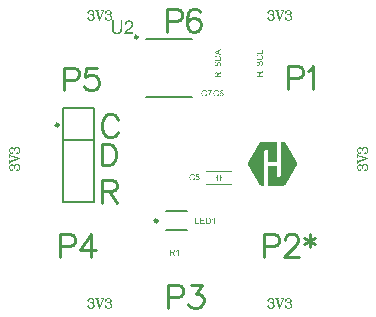
<source format=gto>
G04*
G04 #@! TF.GenerationSoftware,Altium Limited,Altium Designer,25.8.1 (18)*
G04*
G04 Layer_Color=65535*
%FSLAX44Y44*%
%MOMM*%
G71*
G04*
G04 #@! TF.SameCoordinates,72622D7D-59BA-477E-922F-BDBC8D2A5B01*
G04*
G04*
G04 #@! TF.FilePolarity,Positive*
G04*
G01*
G75*
%ADD10C,0.2400*%
%ADD11C,0.2500*%
%ADD12C,0.1270*%
%ADD13C,0.2000*%
%ADD14C,0.1000*%
%ADD15C,0.0800*%
%ADD16C,0.0762*%
%ADD17C,0.2540*%
G36*
X74651Y14478D02*
Y14326D01*
Y14173D01*
Y14021D01*
Y13868D01*
Y13716D01*
Y13564D01*
Y13411D01*
Y13259D01*
Y13106D01*
Y12954D01*
Y12802D01*
Y12649D01*
Y12497D01*
Y12344D01*
Y12192D01*
Y12040D01*
Y11887D01*
Y11735D01*
Y11582D01*
Y11430D01*
Y11278D01*
Y11125D01*
Y10973D01*
Y10820D01*
Y10668D01*
Y10516D01*
Y10363D01*
Y10211D01*
Y10058D01*
Y9906D01*
Y9754D01*
Y9601D01*
Y9449D01*
Y9296D01*
Y9144D01*
Y8992D01*
Y8839D01*
Y8687D01*
Y8534D01*
Y8382D01*
Y8230D01*
Y8077D01*
Y7925D01*
Y7772D01*
Y7620D01*
Y7468D01*
Y7315D01*
Y7163D01*
Y7010D01*
Y6858D01*
Y6706D01*
Y6553D01*
Y6401D01*
Y6248D01*
Y6096D01*
Y5944D01*
Y5791D01*
Y5639D01*
Y5486D01*
Y5334D01*
Y5182D01*
Y5029D01*
Y4877D01*
Y4724D01*
Y4572D01*
Y4420D01*
Y4267D01*
Y4115D01*
Y3962D01*
Y3810D01*
Y3658D01*
Y3505D01*
Y3353D01*
Y3200D01*
Y3048D01*
Y2896D01*
Y2743D01*
Y2591D01*
Y2438D01*
Y2286D01*
Y2134D01*
Y1981D01*
Y1829D01*
Y1676D01*
Y1524D01*
Y1372D01*
Y1219D01*
Y1067D01*
Y914D01*
Y762D01*
Y610D01*
Y457D01*
Y305D01*
Y152D01*
Y0D01*
Y-152D01*
Y-305D01*
Y-457D01*
Y-610D01*
Y-762D01*
Y-914D01*
Y-1067D01*
Y-1219D01*
Y-1372D01*
Y-1524D01*
Y-1676D01*
Y-1829D01*
Y-1981D01*
X67640D01*
Y-1829D01*
X67488D01*
Y-1676D01*
Y-1524D01*
Y-1372D01*
Y-1219D01*
Y-1067D01*
Y-914D01*
Y-762D01*
Y-610D01*
Y-457D01*
Y-305D01*
Y-152D01*
Y0D01*
Y152D01*
Y305D01*
Y457D01*
Y610D01*
Y762D01*
Y914D01*
Y1067D01*
Y1219D01*
Y1372D01*
Y1524D01*
Y1676D01*
Y1829D01*
Y1981D01*
Y2134D01*
Y2286D01*
Y2438D01*
Y2591D01*
Y2743D01*
Y2896D01*
Y3048D01*
Y3200D01*
Y3353D01*
Y3505D01*
Y3658D01*
Y3810D01*
Y3962D01*
Y4115D01*
Y4267D01*
Y4420D01*
Y4572D01*
Y4724D01*
Y4877D01*
Y5029D01*
Y5182D01*
Y5334D01*
Y5486D01*
Y5639D01*
Y5791D01*
Y5944D01*
Y6096D01*
Y6248D01*
Y6401D01*
Y6553D01*
Y6706D01*
Y6858D01*
X67335D01*
Y7010D01*
Y7163D01*
X67183D01*
Y7315D01*
X67031D01*
Y7468D01*
X66878D01*
Y7620D01*
X66573D01*
Y7772D01*
X65964D01*
Y7925D01*
X65811D01*
Y7772D01*
X65202D01*
Y7620D01*
X64897D01*
Y7468D01*
X64745D01*
Y7315D01*
X64592D01*
Y7163D01*
X64440D01*
Y7010D01*
Y6858D01*
X64287D01*
Y6706D01*
Y6553D01*
Y6401D01*
Y6248D01*
Y6096D01*
Y5944D01*
Y5791D01*
Y5639D01*
Y5486D01*
Y5334D01*
Y5182D01*
Y5029D01*
Y4877D01*
Y4724D01*
Y4572D01*
Y4420D01*
Y4267D01*
Y4115D01*
Y3962D01*
Y3810D01*
Y3658D01*
Y3505D01*
Y3353D01*
Y3200D01*
Y3048D01*
X64135D01*
Y2896D01*
Y2743D01*
Y2591D01*
Y2438D01*
Y2286D01*
Y2134D01*
Y1981D01*
Y1829D01*
Y1676D01*
Y1524D01*
Y1372D01*
Y1219D01*
Y1067D01*
Y914D01*
Y762D01*
Y610D01*
Y457D01*
Y305D01*
Y152D01*
Y0D01*
Y-152D01*
Y-305D01*
Y-457D01*
Y-610D01*
Y-762D01*
Y-914D01*
Y-1067D01*
Y-1219D01*
Y-1372D01*
Y-1524D01*
Y-1676D01*
Y-1829D01*
Y-1981D01*
Y-2134D01*
Y-2286D01*
Y-2438D01*
Y-2591D01*
Y-2743D01*
Y-2896D01*
Y-3048D01*
Y-3200D01*
Y-3353D01*
Y-3505D01*
Y-3658D01*
Y-3810D01*
Y-3962D01*
Y-4115D01*
Y-4267D01*
Y-4420D01*
Y-4572D01*
Y-4724D01*
Y-4877D01*
Y-5029D01*
Y-5182D01*
Y-5334D01*
Y-5486D01*
Y-5639D01*
Y-5791D01*
Y-5944D01*
Y-6096D01*
Y-6248D01*
Y-6401D01*
X64287D01*
Y-6553D01*
Y-6706D01*
Y-6858D01*
Y-7010D01*
Y-7163D01*
Y-7315D01*
Y-7468D01*
Y-7620D01*
Y-7772D01*
Y-7925D01*
Y-8077D01*
Y-8230D01*
Y-8382D01*
Y-8534D01*
Y-8687D01*
Y-8839D01*
Y-8992D01*
Y-9144D01*
Y-9296D01*
Y-9449D01*
Y-9601D01*
Y-9754D01*
Y-9906D01*
Y-10058D01*
Y-10211D01*
Y-10363D01*
Y-10516D01*
Y-10668D01*
Y-10820D01*
Y-10973D01*
Y-11125D01*
Y-11278D01*
Y-11430D01*
Y-11582D01*
Y-11735D01*
Y-11887D01*
Y-12040D01*
Y-12192D01*
Y-12344D01*
Y-12497D01*
Y-12649D01*
Y-12802D01*
Y-12954D01*
Y-13106D01*
Y-13259D01*
Y-13411D01*
Y-13564D01*
Y-13716D01*
Y-13868D01*
Y-14021D01*
Y-14173D01*
Y-14326D01*
Y-14478D01*
Y-14630D01*
Y-14783D01*
Y-14935D01*
Y-15088D01*
Y-15240D01*
Y-15392D01*
Y-15545D01*
Y-15697D01*
Y-15850D01*
Y-16002D01*
Y-16154D01*
Y-16307D01*
Y-16459D01*
Y-16612D01*
Y-16764D01*
Y-16916D01*
Y-17069D01*
Y-17221D01*
Y-17374D01*
Y-17526D01*
Y-17678D01*
Y-17831D01*
Y-17983D01*
Y-18136D01*
Y-18288D01*
Y-18440D01*
Y-18593D01*
Y-18745D01*
Y-18898D01*
Y-19050D01*
Y-19202D01*
Y-19355D01*
Y-19507D01*
Y-19660D01*
Y-19812D01*
Y-19964D01*
Y-20117D01*
Y-20269D01*
Y-20422D01*
Y-20574D01*
Y-20726D01*
Y-20879D01*
Y-21031D01*
Y-21184D01*
Y-21336D01*
Y-21488D01*
Y-21641D01*
Y-21793D01*
Y-21946D01*
Y-22098D01*
X64135D01*
Y-22250D01*
X61544D01*
Y-22098D01*
X60935D01*
Y-21946D01*
X60630D01*
Y-21793D01*
X60477D01*
Y-21641D01*
X60325D01*
Y-21488D01*
X60020D01*
Y-21336D01*
Y-21184D01*
X59868D01*
Y-21031D01*
X59715D01*
Y-20879D01*
Y-20726D01*
X59563D01*
Y-20574D01*
X59411D01*
Y-20422D01*
Y-20269D01*
X59258D01*
Y-20117D01*
Y-19964D01*
X59106D01*
Y-19812D01*
Y-19660D01*
X58953D01*
Y-19507D01*
X58801D01*
Y-19355D01*
Y-19202D01*
X58649D01*
Y-19050D01*
Y-18898D01*
X58496D01*
Y-18745D01*
X58344D01*
Y-18593D01*
Y-18440D01*
X58191D01*
Y-18288D01*
Y-18136D01*
X58039D01*
Y-17983D01*
Y-17831D01*
X57887D01*
Y-17678D01*
X57734D01*
Y-17526D01*
Y-17374D01*
X57582D01*
Y-17221D01*
Y-17069D01*
X57429D01*
Y-16916D01*
Y-16764D01*
X57277D01*
Y-16612D01*
X57125D01*
Y-16459D01*
Y-16307D01*
X56972D01*
Y-16154D01*
Y-16002D01*
X56820D01*
Y-15850D01*
Y-15697D01*
X56667D01*
Y-15545D01*
X56515D01*
Y-15392D01*
Y-15240D01*
X56363D01*
Y-15088D01*
Y-14935D01*
X56210D01*
Y-14783D01*
X56058D01*
Y-14630D01*
Y-14478D01*
X55905D01*
Y-14326D01*
Y-14173D01*
X55753D01*
Y-14021D01*
Y-13868D01*
X55601D01*
Y-13716D01*
X55448D01*
Y-13564D01*
Y-13411D01*
X55296D01*
Y-13259D01*
Y-13106D01*
X55143D01*
Y-12954D01*
Y-12802D01*
X54991D01*
Y-12649D01*
X54839D01*
Y-12497D01*
Y-12344D01*
X54686D01*
Y-12192D01*
Y-12040D01*
X54534D01*
Y-11887D01*
Y-11735D01*
X54381D01*
Y-11582D01*
X54229D01*
Y-11430D01*
Y-11278D01*
X54077D01*
Y-11125D01*
Y-10973D01*
X53924D01*
Y-10820D01*
Y-10668D01*
X53772D01*
Y-10516D01*
X53619D01*
Y-10363D01*
Y-10211D01*
X53467D01*
Y-10058D01*
Y-9906D01*
X53315D01*
Y-9754D01*
Y-9601D01*
X53162D01*
Y-9449D01*
X53010D01*
Y-9296D01*
Y-9144D01*
X52857D01*
Y-8992D01*
Y-8839D01*
X52705D01*
Y-8687D01*
X52553D01*
Y-8534D01*
Y-8382D01*
X52400D01*
Y-8230D01*
Y-8077D01*
X52248D01*
Y-7925D01*
Y-7772D01*
X52095D01*
Y-7620D01*
X51943D01*
Y-7468D01*
Y-7315D01*
X51791D01*
Y-7163D01*
Y-7010D01*
X51638D01*
Y-6858D01*
Y-6706D01*
X51486D01*
Y-6553D01*
X51333D01*
Y-6401D01*
Y-6248D01*
X51181D01*
Y-6096D01*
Y-5944D01*
X51029D01*
Y-5791D01*
Y-5639D01*
X50876D01*
Y-5486D01*
X50724D01*
Y-5334D01*
Y-5182D01*
X50571D01*
Y-5029D01*
Y-4877D01*
X50419D01*
Y-4724D01*
Y-4572D01*
X50267D01*
Y-4420D01*
Y-4267D01*
Y-4115D01*
Y-3962D01*
Y-3810D01*
Y-3658D01*
Y-3505D01*
Y-3353D01*
Y-3200D01*
Y-3048D01*
X50419D01*
Y-2896D01*
Y-2743D01*
Y-2591D01*
X50571D01*
Y-2438D01*
Y-2286D01*
X50724D01*
Y-2134D01*
X50876D01*
Y-1981D01*
Y-1829D01*
X51029D01*
Y-1676D01*
Y-1524D01*
X51181D01*
Y-1372D01*
Y-1219D01*
X51333D01*
Y-1067D01*
X51486D01*
Y-914D01*
Y-762D01*
X51638D01*
Y-610D01*
Y-457D01*
X51791D01*
Y-305D01*
X51943D01*
Y-152D01*
Y0D01*
X52095D01*
Y152D01*
Y305D01*
X52248D01*
Y457D01*
Y610D01*
X52400D01*
Y762D01*
X52553D01*
Y914D01*
Y1067D01*
X52705D01*
Y1219D01*
Y1372D01*
X52857D01*
Y1524D01*
Y1676D01*
X53010D01*
Y1829D01*
X53162D01*
Y1981D01*
Y2134D01*
X53315D01*
Y2286D01*
X53467D01*
Y2438D01*
Y2591D01*
X53619D01*
Y2743D01*
Y2896D01*
X53772D01*
Y3048D01*
Y3200D01*
X53924D01*
Y3353D01*
X54077D01*
Y3505D01*
Y3658D01*
X54229D01*
Y3810D01*
Y3962D01*
X54381D01*
Y4115D01*
Y4267D01*
X54534D01*
Y4420D01*
X54686D01*
Y4572D01*
Y4724D01*
X54839D01*
Y4877D01*
Y5029D01*
X54991D01*
Y5182D01*
Y5334D01*
X55143D01*
Y5486D01*
X55296D01*
Y5639D01*
Y5791D01*
X55448D01*
Y5944D01*
Y6096D01*
X55601D01*
Y6248D01*
X55753D01*
Y6401D01*
Y6553D01*
X55905D01*
Y6706D01*
Y6858D01*
X56058D01*
Y7010D01*
Y7163D01*
X56210D01*
Y7315D01*
X56363D01*
Y7468D01*
Y7620D01*
X56515D01*
Y7772D01*
Y7925D01*
X56667D01*
Y8077D01*
Y8230D01*
X56820D01*
Y8382D01*
X56972D01*
Y8534D01*
Y8687D01*
X57125D01*
Y8839D01*
Y8992D01*
X57277D01*
Y9144D01*
Y9296D01*
X57429D01*
Y9449D01*
X57582D01*
Y9601D01*
Y9754D01*
X57734D01*
Y9906D01*
Y10058D01*
X57887D01*
Y10211D01*
X58039D01*
Y10363D01*
Y10516D01*
X58191D01*
Y10668D01*
Y10820D01*
X58344D01*
Y10973D01*
Y11125D01*
X58496D01*
Y11278D01*
X58649D01*
Y11430D01*
Y11582D01*
X58801D01*
Y11735D01*
Y11887D01*
X58953D01*
Y12040D01*
Y12192D01*
X59106D01*
Y12344D01*
X59258D01*
Y12497D01*
Y12649D01*
X59411D01*
Y12802D01*
Y12954D01*
X59563D01*
Y13106D01*
Y13259D01*
X59715D01*
Y13411D01*
X59868D01*
Y13564D01*
Y13716D01*
X60020D01*
Y13868D01*
X60173D01*
Y14021D01*
X60325D01*
Y14173D01*
X60630D01*
Y14326D01*
X60935D01*
Y14478D01*
X61239D01*
Y14630D01*
X74651D01*
Y14478D01*
D02*
G37*
G36*
X80899D02*
X81356D01*
Y14326D01*
X81661D01*
Y14173D01*
X81813D01*
Y14021D01*
X81966D01*
Y13868D01*
X82118D01*
Y13716D01*
X82271D01*
Y13564D01*
X82423D01*
Y13411D01*
X82575D01*
Y13259D01*
Y13106D01*
X82728D01*
Y12954D01*
Y12802D01*
X82880D01*
Y12649D01*
Y12497D01*
X83033D01*
Y12344D01*
X83185D01*
Y12192D01*
Y12040D01*
X83337D01*
Y11887D01*
Y11735D01*
X83490D01*
Y11582D01*
X83642D01*
Y11430D01*
Y11278D01*
X83795D01*
Y11125D01*
Y10973D01*
X83947D01*
Y10820D01*
Y10668D01*
X84099D01*
Y10516D01*
X84252D01*
Y10363D01*
Y10211D01*
X84404D01*
Y10058D01*
Y9906D01*
X84557D01*
Y9754D01*
Y9601D01*
X84709D01*
Y9449D01*
X84861D01*
Y9296D01*
Y9144D01*
X85014D01*
Y8992D01*
Y8839D01*
X85166D01*
Y8687D01*
Y8534D01*
X85319D01*
Y8382D01*
X85471D01*
Y8230D01*
Y8077D01*
X85623D01*
Y7925D01*
Y7772D01*
X85776D01*
Y7620D01*
X85928D01*
Y7468D01*
Y7315D01*
X86081D01*
Y7163D01*
Y7010D01*
X86233D01*
Y6858D01*
Y6706D01*
X86385D01*
Y6553D01*
X86538D01*
Y6401D01*
Y6248D01*
X86690D01*
Y6096D01*
Y5944D01*
X86843D01*
Y5791D01*
Y5639D01*
X86995D01*
Y5486D01*
X87147D01*
Y5334D01*
Y5182D01*
X87300D01*
Y5029D01*
Y4877D01*
X87452D01*
Y4724D01*
Y4572D01*
X87605D01*
Y4420D01*
X87757D01*
Y4267D01*
Y4115D01*
X87909D01*
Y3962D01*
Y3810D01*
X88062D01*
Y3658D01*
X88214D01*
Y3505D01*
Y3353D01*
X88367D01*
Y3200D01*
Y3048D01*
X88519D01*
Y2896D01*
Y2743D01*
X88671D01*
Y2591D01*
X88824D01*
Y2438D01*
Y2286D01*
X88976D01*
Y2134D01*
Y1981D01*
X89129D01*
Y1829D01*
Y1676D01*
X89281D01*
Y1524D01*
X89433D01*
Y1372D01*
Y1219D01*
X89586D01*
Y1067D01*
Y914D01*
X89738D01*
Y762D01*
Y610D01*
X89891D01*
Y457D01*
X90043D01*
Y305D01*
Y152D01*
X90195D01*
Y0D01*
Y-152D01*
X90348D01*
Y-305D01*
X90500D01*
Y-457D01*
Y-610D01*
X90653D01*
Y-762D01*
Y-914D01*
X90805D01*
Y-1067D01*
Y-1219D01*
X90957D01*
Y-1372D01*
X91110D01*
Y-1524D01*
Y-1676D01*
X91262D01*
Y-1829D01*
Y-1981D01*
X91415D01*
Y-2134D01*
Y-2286D01*
X91567D01*
Y-2438D01*
X91719D01*
Y-2591D01*
Y-2743D01*
X91872D01*
Y-2896D01*
Y-3048D01*
Y-3200D01*
Y-3353D01*
X92024D01*
Y-3505D01*
Y-3658D01*
Y-3810D01*
Y-3962D01*
Y-4115D01*
X91872D01*
Y-4267D01*
Y-4420D01*
Y-4572D01*
Y-4724D01*
X91719D01*
Y-4877D01*
Y-5029D01*
X91567D01*
Y-5182D01*
Y-5334D01*
X91415D01*
Y-5486D01*
Y-5639D01*
X91262D01*
Y-5791D01*
X91110D01*
Y-5944D01*
Y-6096D01*
X90957D01*
Y-6248D01*
Y-6401D01*
X90805D01*
Y-6553D01*
X90653D01*
Y-6706D01*
Y-6858D01*
X90500D01*
Y-7010D01*
Y-7163D01*
X90348D01*
Y-7315D01*
Y-7468D01*
X90195D01*
Y-7620D01*
X90043D01*
Y-7772D01*
Y-7925D01*
X89891D01*
Y-8077D01*
Y-8230D01*
X89738D01*
Y-8382D01*
Y-8534D01*
X89586D01*
Y-8687D01*
X89433D01*
Y-8839D01*
Y-8992D01*
X89281D01*
Y-9144D01*
Y-9296D01*
X89129D01*
Y-9449D01*
X88976D01*
Y-9601D01*
Y-9754D01*
X88824D01*
Y-9906D01*
Y-10058D01*
X88671D01*
Y-10211D01*
Y-10363D01*
X88519D01*
Y-10516D01*
X88367D01*
Y-10668D01*
Y-10820D01*
X88214D01*
Y-10973D01*
Y-11125D01*
X88062D01*
Y-11278D01*
Y-11430D01*
X87909D01*
Y-11582D01*
X87757D01*
Y-11735D01*
Y-11887D01*
X87605D01*
Y-12040D01*
Y-12192D01*
X87452D01*
Y-12344D01*
X87300D01*
Y-12497D01*
Y-12649D01*
X87147D01*
Y-12802D01*
Y-12954D01*
X86995D01*
Y-13106D01*
Y-13259D01*
X86843D01*
Y-13411D01*
X86690D01*
Y-13564D01*
Y-13716D01*
X86538D01*
Y-13868D01*
Y-14021D01*
X86385D01*
Y-14173D01*
Y-14326D01*
X86233D01*
Y-14478D01*
Y-14630D01*
X86081D01*
Y-14783D01*
Y-14935D01*
X85928D01*
Y-15088D01*
X85776D01*
Y-15240D01*
Y-15392D01*
X85623D01*
Y-15545D01*
Y-15697D01*
X85471D01*
Y-15850D01*
X85319D01*
Y-16002D01*
Y-16154D01*
X85166D01*
Y-16307D01*
Y-16459D01*
X85014D01*
Y-16612D01*
Y-16764D01*
X84861D01*
Y-16916D01*
X84709D01*
Y-17069D01*
Y-17221D01*
X84557D01*
Y-17374D01*
Y-17526D01*
X84404D01*
Y-17678D01*
Y-17831D01*
X84252D01*
Y-17983D01*
X84099D01*
Y-18136D01*
Y-18288D01*
X83947D01*
Y-18440D01*
Y-18593D01*
X83795D01*
Y-18745D01*
Y-18898D01*
X83642D01*
Y-19050D01*
X83490D01*
Y-19202D01*
Y-19355D01*
X83337D01*
Y-19507D01*
Y-19660D01*
X83185D01*
Y-19812D01*
Y-19964D01*
X83033D01*
Y-20117D01*
X82880D01*
Y-20269D01*
Y-20422D01*
X82728D01*
Y-20574D01*
Y-20726D01*
X82575D01*
Y-20879D01*
X82423D01*
Y-21031D01*
Y-21184D01*
X82271D01*
Y-21336D01*
X82118D01*
Y-21488D01*
X81966D01*
Y-21641D01*
X81813D01*
Y-21793D01*
X81509D01*
Y-21946D01*
X81204D01*
Y-22098D01*
X80747D01*
Y-22250D01*
X67640D01*
Y-22098D01*
X67488D01*
Y-21946D01*
Y-21793D01*
Y-21641D01*
Y-21488D01*
Y-21336D01*
Y-21184D01*
Y-21031D01*
Y-20879D01*
Y-20726D01*
Y-20574D01*
Y-20422D01*
Y-20269D01*
Y-20117D01*
Y-19964D01*
Y-19812D01*
Y-19660D01*
Y-19507D01*
Y-19355D01*
Y-19202D01*
Y-19050D01*
Y-18898D01*
Y-18745D01*
Y-18593D01*
Y-18440D01*
Y-18288D01*
Y-18136D01*
Y-17983D01*
Y-17831D01*
Y-17678D01*
Y-17526D01*
Y-17374D01*
Y-17221D01*
Y-17069D01*
Y-16916D01*
Y-16764D01*
Y-16612D01*
Y-16459D01*
Y-16307D01*
Y-16154D01*
Y-16002D01*
Y-15850D01*
Y-15697D01*
Y-15545D01*
Y-15392D01*
Y-15240D01*
Y-15088D01*
Y-14935D01*
Y-14783D01*
Y-14630D01*
Y-14478D01*
Y-14326D01*
Y-14173D01*
Y-14021D01*
Y-13868D01*
Y-13716D01*
Y-13564D01*
Y-13411D01*
Y-13259D01*
Y-13106D01*
Y-12954D01*
Y-12802D01*
Y-12649D01*
Y-12497D01*
Y-12344D01*
Y-12192D01*
Y-12040D01*
Y-11887D01*
Y-11735D01*
Y-11582D01*
Y-11430D01*
Y-11278D01*
Y-11125D01*
Y-10973D01*
Y-10820D01*
Y-10668D01*
Y-10516D01*
Y-10363D01*
Y-10211D01*
Y-10058D01*
Y-9906D01*
Y-9754D01*
Y-9601D01*
Y-9449D01*
Y-9296D01*
Y-9144D01*
Y-8992D01*
Y-8839D01*
Y-8687D01*
Y-8534D01*
Y-8382D01*
Y-8230D01*
Y-8077D01*
Y-7925D01*
Y-7772D01*
Y-7620D01*
Y-7468D01*
Y-7315D01*
Y-7163D01*
Y-7010D01*
Y-6858D01*
Y-6706D01*
Y-6553D01*
Y-6401D01*
Y-6248D01*
Y-6096D01*
Y-5944D01*
Y-5791D01*
Y-5639D01*
X67640D01*
Y-5486D01*
X74651D01*
Y-5639D01*
Y-5791D01*
Y-5944D01*
Y-6096D01*
Y-6248D01*
Y-6401D01*
Y-6553D01*
Y-6706D01*
Y-6858D01*
Y-7010D01*
Y-7163D01*
Y-7315D01*
Y-7468D01*
Y-7620D01*
Y-7772D01*
Y-7925D01*
Y-8077D01*
Y-8230D01*
Y-8382D01*
Y-8534D01*
Y-8687D01*
Y-8839D01*
Y-8992D01*
Y-9144D01*
Y-9296D01*
Y-9449D01*
Y-9601D01*
Y-9754D01*
Y-9906D01*
Y-10058D01*
Y-10211D01*
Y-10363D01*
Y-10516D01*
Y-10668D01*
Y-10820D01*
Y-10973D01*
Y-11125D01*
Y-11278D01*
Y-11430D01*
Y-11582D01*
X74803D01*
Y-11735D01*
Y-11887D01*
Y-12040D01*
Y-12192D01*
Y-12344D01*
Y-12497D01*
Y-12649D01*
Y-12802D01*
Y-12954D01*
Y-13106D01*
Y-13259D01*
Y-13411D01*
Y-13564D01*
Y-13716D01*
Y-13868D01*
Y-14021D01*
Y-14173D01*
Y-14326D01*
Y-14478D01*
X74955D01*
Y-14630D01*
X75108D01*
Y-14783D01*
Y-14935D01*
X75413D01*
Y-15088D01*
X75565D01*
Y-15240D01*
X76022D01*
Y-15392D01*
X76784D01*
Y-15240D01*
X77089D01*
Y-15088D01*
X77394D01*
Y-14935D01*
X77546D01*
Y-14783D01*
X77699D01*
Y-14630D01*
X77851D01*
Y-14478D01*
Y-14326D01*
Y-14173D01*
X78003D01*
Y-14021D01*
Y-13868D01*
Y-13716D01*
Y-13564D01*
Y-13411D01*
Y-13259D01*
Y-13106D01*
Y-12954D01*
Y-12802D01*
Y-12649D01*
Y-12497D01*
Y-12344D01*
Y-12192D01*
Y-12040D01*
Y-11887D01*
Y-11735D01*
Y-11582D01*
Y-11430D01*
Y-11278D01*
Y-11125D01*
Y-10973D01*
Y-10820D01*
Y-10668D01*
Y-10516D01*
Y-10363D01*
Y-10211D01*
Y-10058D01*
Y-9906D01*
Y-9754D01*
Y-9601D01*
Y-9449D01*
Y-9296D01*
Y-9144D01*
Y-8992D01*
Y-8839D01*
Y-8687D01*
Y-8534D01*
Y-8382D01*
Y-8230D01*
Y-8077D01*
Y-7925D01*
Y-7772D01*
Y-7620D01*
Y-7468D01*
Y-7315D01*
Y-7163D01*
Y-7010D01*
Y-6858D01*
Y-6706D01*
Y-6553D01*
Y-6401D01*
Y-6248D01*
Y-6096D01*
Y-5944D01*
Y-5791D01*
Y-5639D01*
Y-5486D01*
Y-5334D01*
Y-5182D01*
Y-5029D01*
Y-4877D01*
Y-4724D01*
Y-4572D01*
Y-4420D01*
Y-4267D01*
Y-4115D01*
Y-3962D01*
Y-3810D01*
Y-3658D01*
Y-3505D01*
Y-3353D01*
Y-3200D01*
Y-3048D01*
Y-2896D01*
Y-2743D01*
Y-2591D01*
Y-2438D01*
Y-2286D01*
Y-2134D01*
Y-1981D01*
Y-1829D01*
Y-1676D01*
Y-1524D01*
Y-1372D01*
Y-1219D01*
Y-1067D01*
Y-914D01*
Y-762D01*
Y-610D01*
Y-457D01*
Y-305D01*
Y-152D01*
Y0D01*
Y152D01*
Y305D01*
Y457D01*
Y610D01*
Y762D01*
Y914D01*
Y1067D01*
Y1219D01*
Y1372D01*
Y1524D01*
Y1676D01*
Y1829D01*
Y1981D01*
Y2134D01*
Y2286D01*
Y2438D01*
Y2591D01*
Y2743D01*
Y2896D01*
Y3048D01*
Y3200D01*
Y3353D01*
Y3505D01*
Y3658D01*
Y3810D01*
Y3962D01*
Y4115D01*
Y4267D01*
Y4420D01*
Y4572D01*
Y4724D01*
Y4877D01*
Y5029D01*
Y5182D01*
Y5334D01*
Y5486D01*
Y5639D01*
Y5791D01*
Y5944D01*
Y6096D01*
Y6248D01*
Y6401D01*
Y6553D01*
Y6706D01*
Y6858D01*
Y7010D01*
Y7163D01*
Y7315D01*
Y7468D01*
Y7620D01*
Y7772D01*
Y7925D01*
Y8077D01*
Y8230D01*
Y8382D01*
Y8534D01*
Y8687D01*
Y8839D01*
Y8992D01*
Y9144D01*
Y9296D01*
Y9449D01*
Y9601D01*
Y9754D01*
Y9906D01*
Y10058D01*
Y10211D01*
Y10363D01*
Y10516D01*
Y10668D01*
Y10820D01*
Y10973D01*
Y11125D01*
Y11278D01*
Y11430D01*
Y11582D01*
Y11735D01*
Y11887D01*
Y12040D01*
Y12192D01*
Y12344D01*
Y12497D01*
Y12649D01*
Y12802D01*
Y12954D01*
Y13106D01*
Y13259D01*
Y13411D01*
Y13564D01*
Y13716D01*
Y13868D01*
Y14021D01*
Y14173D01*
Y14326D01*
Y14478D01*
Y14630D01*
X80899D01*
Y14478D01*
D02*
G37*
G36*
X-56053Y110945D02*
Y110929D01*
Y110863D01*
Y110781D01*
Y110666D01*
X-56069Y110517D01*
Y110353D01*
X-56086Y110155D01*
X-56102Y109958D01*
X-56152Y109513D01*
X-56217Y109052D01*
X-56316Y108608D01*
X-56382Y108394D01*
X-56448Y108197D01*
Y108180D01*
X-56464Y108147D01*
X-56497Y108098D01*
X-56530Y108032D01*
X-56629Y107851D01*
X-56777Y107620D01*
X-56975Y107357D01*
X-57205Y107094D01*
X-57501Y106814D01*
X-57863Y106567D01*
X-57880D01*
X-57913Y106534D01*
X-57962Y106518D01*
X-58044Y106468D01*
X-58143Y106419D01*
X-58275Y106370D01*
X-58407Y106320D01*
X-58571Y106254D01*
X-58752Y106189D01*
X-58950Y106139D01*
X-59164Y106090D01*
X-59411Y106040D01*
X-59657Y106007D01*
X-59921Y105975D01*
X-60513Y105942D01*
X-60661D01*
X-60777Y105958D01*
X-60908D01*
X-61073Y105975D01*
X-61254Y105991D01*
X-61435Y106007D01*
X-61846Y106073D01*
X-62291Y106172D01*
X-62719Y106304D01*
X-63130Y106485D01*
X-63147D01*
X-63180Y106518D01*
X-63229Y106551D01*
X-63295Y106584D01*
X-63476Y106715D01*
X-63690Y106896D01*
X-63937Y107127D01*
X-64167Y107390D01*
X-64398Y107719D01*
X-64579Y108081D01*
Y108098D01*
X-64595Y108131D01*
X-64612Y108197D01*
X-64644Y108279D01*
X-64677Y108378D01*
X-64710Y108509D01*
X-64760Y108657D01*
X-64793Y108839D01*
X-64826Y109036D01*
X-64875Y109250D01*
X-64908Y109480D01*
X-64941Y109727D01*
X-64974Y110007D01*
X-64990Y110303D01*
X-65007Y110616D01*
Y110945D01*
Y117529D01*
X-63492D01*
Y110945D01*
Y110929D01*
Y110879D01*
Y110797D01*
Y110698D01*
X-63476Y110583D01*
Y110435D01*
X-63460Y110122D01*
X-63426Y109760D01*
X-63377Y109398D01*
X-63311Y109052D01*
X-63278Y108904D01*
X-63229Y108756D01*
X-63213Y108723D01*
X-63180Y108641D01*
X-63097Y108526D01*
X-62999Y108361D01*
X-62883Y108197D01*
X-62719Y108015D01*
X-62521Y107835D01*
X-62291Y107686D01*
X-62258Y107670D01*
X-62176Y107620D01*
X-62028Y107571D01*
X-61830Y107505D01*
X-61600Y107423D01*
X-61303Y107374D01*
X-60991Y107324D01*
X-60645Y107308D01*
X-60480D01*
X-60382Y107324D01*
X-60233D01*
X-60085Y107341D01*
X-59723Y107407D01*
X-59328Y107489D01*
X-58950Y107620D01*
X-58587Y107802D01*
X-58423Y107917D01*
X-58275Y108048D01*
X-58258Y108065D01*
X-58242Y108081D01*
X-58209Y108131D01*
X-58160Y108197D01*
X-58110Y108295D01*
X-58044Y108394D01*
X-57979Y108542D01*
X-57913Y108690D01*
X-57847Y108871D01*
X-57797Y109085D01*
X-57732Y109332D01*
X-57682Y109596D01*
X-57633Y109892D01*
X-57600Y110205D01*
X-57567Y110567D01*
Y110945D01*
Y117529D01*
X-56053D01*
Y110945D01*
D02*
G37*
G36*
X-50062Y117562D02*
X-49930Y117545D01*
X-49765Y117529D01*
X-49584Y117496D01*
X-49403Y117463D01*
X-48975Y117348D01*
X-48547Y117183D01*
X-48334Y117085D01*
X-48120Y116969D01*
X-47922Y116821D01*
X-47741Y116657D01*
X-47724Y116640D01*
X-47691Y116624D01*
X-47659Y116558D01*
X-47593Y116492D01*
X-47510Y116410D01*
X-47428Y116294D01*
X-47346Y116179D01*
X-47247Y116031D01*
X-47083Y115718D01*
X-46918Y115323D01*
X-46852Y115126D01*
X-46819Y114895D01*
X-46786Y114665D01*
X-46770Y114418D01*
Y114385D01*
Y114303D01*
X-46786Y114171D01*
X-46803Y113990D01*
X-46836Y113793D01*
X-46901Y113562D01*
X-46967Y113315D01*
X-47066Y113069D01*
X-47083Y113036D01*
X-47116Y112953D01*
X-47181Y112822D01*
X-47280Y112641D01*
X-47412Y112443D01*
X-47576Y112196D01*
X-47774Y111949D01*
X-48004Y111670D01*
X-48037Y111637D01*
X-48120Y111538D01*
X-48202Y111455D01*
X-48284Y111373D01*
X-48383Y111274D01*
X-48514Y111143D01*
X-48646Y111011D01*
X-48811Y110863D01*
X-48975Y110698D01*
X-49173Y110517D01*
X-49387Y110336D01*
X-49617Y110122D01*
X-49881Y109908D01*
X-50144Y109678D01*
X-50160Y109662D01*
X-50193Y109628D01*
X-50259Y109579D01*
X-50342Y109513D01*
X-50440Y109415D01*
X-50555Y109316D01*
X-50819Y109102D01*
X-51099Y108855D01*
X-51362Y108608D01*
X-51592Y108394D01*
X-51691Y108312D01*
X-51773Y108230D01*
X-51790Y108213D01*
X-51839Y108164D01*
X-51905Y108098D01*
X-51987Y107999D01*
X-52070Y107884D01*
X-52168Y107769D01*
X-52366Y107489D01*
X-46753D01*
Y106139D01*
X-54308D01*
Y106156D01*
Y106222D01*
Y106320D01*
X-54292Y106452D01*
X-54275Y106600D01*
X-54242Y106765D01*
X-54209Y106929D01*
X-54144Y107110D01*
Y107127D01*
X-54127Y107143D01*
X-54094Y107242D01*
X-54028Y107390D01*
X-53930Y107588D01*
X-53798Y107818D01*
X-53633Y108081D01*
X-53452Y108345D01*
X-53222Y108624D01*
Y108641D01*
X-53189Y108657D01*
X-53107Y108756D01*
X-52958Y108904D01*
X-52744Y109118D01*
X-52498Y109365D01*
X-52185Y109662D01*
X-51806Y109991D01*
X-51395Y110336D01*
X-51378Y110353D01*
X-51313Y110402D01*
X-51214Y110484D01*
X-51099Y110583D01*
X-50950Y110715D01*
X-50769Y110863D01*
X-50588Y111028D01*
X-50374Y111209D01*
X-49963Y111604D01*
X-49551Y111999D01*
X-49354Y112196D01*
X-49173Y112394D01*
X-49008Y112575D01*
X-48877Y112756D01*
Y112772D01*
X-48844Y112789D01*
X-48811Y112838D01*
X-48778Y112904D01*
X-48663Y113085D01*
X-48531Y113299D01*
X-48416Y113562D01*
X-48300Y113842D01*
X-48235Y114155D01*
X-48202Y114451D01*
Y114467D01*
Y114484D01*
X-48218Y114583D01*
X-48235Y114747D01*
X-48284Y114928D01*
X-48350Y115159D01*
X-48465Y115389D01*
X-48613Y115620D01*
X-48811Y115850D01*
X-48844Y115883D01*
X-48926Y115949D01*
X-49041Y116031D01*
X-49222Y116146D01*
X-49453Y116245D01*
X-49716Y116344D01*
X-50029Y116410D01*
X-50374Y116426D01*
X-50473D01*
X-50539Y116410D01*
X-50736Y116393D01*
X-50967Y116344D01*
X-51214Y116278D01*
X-51494Y116163D01*
X-51757Y116015D01*
X-52004Y115817D01*
X-52037Y115784D01*
X-52103Y115702D01*
X-52201Y115570D01*
X-52300Y115373D01*
X-52415Y115142D01*
X-52514Y114846D01*
X-52580Y114517D01*
X-52613Y114138D01*
X-54045Y114286D01*
Y114303D01*
X-54028Y114352D01*
Y114435D01*
X-54012Y114550D01*
X-53979Y114682D01*
X-53946Y114830D01*
X-53897Y115011D01*
X-53847Y115192D01*
X-53716Y115587D01*
X-53518Y115982D01*
X-53403Y116179D01*
X-53255Y116377D01*
X-53107Y116558D01*
X-52942Y116722D01*
X-52926Y116739D01*
X-52893Y116755D01*
X-52843Y116805D01*
X-52761Y116854D01*
X-52662Y116920D01*
X-52547Y116986D01*
X-52415Y117068D01*
X-52251Y117150D01*
X-52070Y117233D01*
X-51872Y117315D01*
X-51658Y117381D01*
X-51428Y117447D01*
X-51181Y117496D01*
X-50918Y117545D01*
X-50638Y117562D01*
X-50342Y117578D01*
X-50177D01*
X-50062Y117562D01*
D02*
G37*
G36*
X62886Y89328D02*
X57679D01*
Y90017D01*
X62276D01*
Y92577D01*
X62886D01*
Y89328D01*
D02*
G37*
G36*
X61277Y88503D02*
X61317Y88488D01*
X61380Y88472D01*
X61443Y88440D01*
X61531Y88408D01*
X61618Y88377D01*
X61713Y88329D01*
X61927Y88226D01*
X62141Y88083D01*
X62347Y87925D01*
X62442Y87830D01*
X62529Y87727D01*
X62537Y87719D01*
X62545Y87703D01*
X62569Y87671D01*
X62600Y87624D01*
X62632Y87568D01*
X62672Y87505D01*
X62711Y87434D01*
X62751Y87346D01*
X62791Y87251D01*
X62830Y87148D01*
X62870Y87029D01*
X62902Y86910D01*
X62957Y86649D01*
X62965Y86506D01*
X62973Y86356D01*
Y86277D01*
X62965Y86213D01*
Y86142D01*
X62957Y86063D01*
X62941Y85968D01*
X62933Y85872D01*
X62886Y85651D01*
X62830Y85421D01*
X62743Y85199D01*
X62695Y85088D01*
X62632Y84985D01*
X62624Y84977D01*
X62616Y84961D01*
X62593Y84937D01*
X62569Y84898D01*
X62490Y84803D01*
X62379Y84692D01*
X62244Y84557D01*
X62069Y84430D01*
X61871Y84295D01*
X61642Y84184D01*
X61634D01*
X61610Y84177D01*
X61578Y84161D01*
X61531Y84145D01*
X61467Y84121D01*
X61396Y84097D01*
X61317Y84073D01*
X61221Y84050D01*
X61126Y84026D01*
X61015Y84002D01*
X60778Y83955D01*
X60524Y83923D01*
X60247Y83915D01*
X60239D01*
X60207D01*
X60167D01*
X60112Y83923D01*
X60041D01*
X59953Y83931D01*
X59866Y83939D01*
X59763Y83955D01*
X59541Y83994D01*
X59304Y84042D01*
X59058Y84121D01*
X58828Y84224D01*
X58820D01*
X58804Y84240D01*
X58773Y84256D01*
X58725Y84279D01*
X58678Y84311D01*
X58622Y84351D01*
X58487Y84454D01*
X58337Y84573D01*
X58186Y84723D01*
X58036Y84906D01*
X57909Y85104D01*
Y85112D01*
X57893Y85127D01*
X57877Y85159D01*
X57861Y85207D01*
X57838Y85254D01*
X57806Y85318D01*
X57782Y85397D01*
X57750Y85476D01*
X57719Y85563D01*
X57695Y85658D01*
X57639Y85872D01*
X57608Y86110D01*
X57592Y86364D01*
Y86443D01*
X57600Y86498D01*
X57608Y86562D01*
X57616Y86641D01*
X57624Y86728D01*
X57639Y86823D01*
X57687Y87029D01*
X57758Y87251D01*
X57806Y87362D01*
X57861Y87473D01*
X57925Y87576D01*
X57996Y87679D01*
X58004Y87687D01*
X58012Y87703D01*
X58036Y87727D01*
X58067Y87766D01*
X58107Y87806D01*
X58162Y87861D01*
X58218Y87917D01*
X58281Y87972D01*
X58361Y88036D01*
X58440Y88091D01*
X58535Y88155D01*
X58638Y88218D01*
X58741Y88274D01*
X58860Y88329D01*
X59113Y88424D01*
X59272Y87743D01*
X59264D01*
X59248Y87735D01*
X59216Y87727D01*
X59177Y87711D01*
X59129Y87687D01*
X59074Y87663D01*
X58955Y87608D01*
X58820Y87537D01*
X58678Y87442D01*
X58551Y87338D01*
X58440Y87212D01*
X58432Y87196D01*
X58400Y87148D01*
X58361Y87077D01*
X58305Y86974D01*
X58258Y86855D01*
X58218Y86705D01*
X58186Y86538D01*
X58178Y86348D01*
Y86292D01*
X58186Y86253D01*
Y86197D01*
X58194Y86142D01*
X58218Y85999D01*
X58250Y85841D01*
X58305Y85674D01*
X58376Y85508D01*
X58472Y85349D01*
Y85341D01*
X58487Y85333D01*
X58527Y85286D01*
X58590Y85215D01*
X58678Y85127D01*
X58789Y85040D01*
X58915Y84945D01*
X59074Y84858D01*
X59248Y84787D01*
X59256D01*
X59272Y84779D01*
X59296Y84771D01*
X59335Y84763D01*
X59375Y84747D01*
X59430Y84739D01*
X59557Y84707D01*
X59708Y84676D01*
X59874Y84652D01*
X60057Y84636D01*
X60247Y84628D01*
X60255D01*
X60278D01*
X60310D01*
X60358D01*
X60413Y84636D01*
X60484D01*
X60556Y84644D01*
X60635Y84652D01*
X60817Y84676D01*
X61015Y84707D01*
X61214Y84755D01*
X61404Y84818D01*
X61412D01*
X61427Y84826D01*
X61451Y84842D01*
X61483Y84858D01*
X61578Y84898D01*
X61681Y84961D01*
X61808Y85048D01*
X61927Y85151D01*
X62046Y85270D01*
X62149Y85413D01*
Y85421D01*
X62157Y85429D01*
X62172Y85452D01*
X62188Y85484D01*
X62220Y85571D01*
X62268Y85682D01*
X62307Y85809D01*
X62347Y85960D01*
X62379Y86126D01*
X62386Y86300D01*
Y86356D01*
X62379Y86395D01*
Y86443D01*
X62371Y86506D01*
X62347Y86641D01*
X62307Y86792D01*
X62244Y86958D01*
X62165Y87117D01*
X62054Y87275D01*
X62046Y87283D01*
X62038Y87291D01*
X61990Y87338D01*
X61911Y87410D01*
X61808Y87497D01*
X61665Y87584D01*
X61499Y87679D01*
X61293Y87759D01*
X61063Y87822D01*
X61237Y88511D01*
X61245D01*
X61277Y88503D01*
D02*
G37*
G36*
X61570Y83154D02*
X61673Y83138D01*
X61792Y83115D01*
X61927Y83067D01*
X62069Y83012D01*
X62204Y82932D01*
X62220Y82924D01*
X62268Y82885D01*
X62331Y82837D01*
X62410Y82758D01*
X62505Y82663D01*
X62600Y82544D01*
X62688Y82401D01*
X62775Y82243D01*
Y82235D01*
X62783Y82219D01*
X62791Y82195D01*
X62807Y82164D01*
X62822Y82124D01*
X62838Y82076D01*
X62870Y81950D01*
X62909Y81807D01*
X62941Y81633D01*
X62965Y81450D01*
X62973Y81244D01*
Y81125D01*
X62965Y81070D01*
Y80999D01*
X62957Y80919D01*
X62949Y80832D01*
X62925Y80650D01*
X62886Y80452D01*
X62838Y80254D01*
X62775Y80063D01*
Y80056D01*
X62767Y80040D01*
X62751Y80016D01*
X62735Y79984D01*
X62688Y79897D01*
X62616Y79794D01*
X62529Y79667D01*
X62426Y79548D01*
X62299Y79422D01*
X62157Y79311D01*
X62149D01*
X62141Y79303D01*
X62117Y79287D01*
X62085Y79271D01*
X62046Y79247D01*
X61998Y79223D01*
X61879Y79176D01*
X61744Y79128D01*
X61578Y79081D01*
X61404Y79049D01*
X61214Y79033D01*
X61158Y79683D01*
X61166D01*
X61174D01*
X61221Y79691D01*
X61293Y79707D01*
X61388Y79723D01*
X61491Y79755D01*
X61602Y79786D01*
X61705Y79834D01*
X61808Y79889D01*
X61816Y79897D01*
X61848Y79921D01*
X61895Y79960D01*
X61951Y80024D01*
X62014Y80095D01*
X62085Y80182D01*
X62149Y80293D01*
X62212Y80412D01*
Y80420D01*
X62220Y80428D01*
X62236Y80476D01*
X62260Y80547D01*
X62283Y80650D01*
X62315Y80761D01*
X62339Y80904D01*
X62355Y81054D01*
X62363Y81213D01*
Y81276D01*
X62355Y81355D01*
X62347Y81442D01*
X62339Y81553D01*
X62315Y81664D01*
X62291Y81783D01*
X62252Y81902D01*
X62244Y81918D01*
X62228Y81950D01*
X62204Y82005D01*
X62165Y82069D01*
X62117Y82148D01*
X62062Y82219D01*
X61998Y82290D01*
X61927Y82354D01*
X61919Y82362D01*
X61887Y82378D01*
X61848Y82401D01*
X61792Y82433D01*
X61729Y82457D01*
X61649Y82481D01*
X61570Y82496D01*
X61483Y82504D01*
X61475D01*
X61443D01*
X61396Y82496D01*
X61340Y82488D01*
X61269Y82473D01*
X61198Y82441D01*
X61126Y82409D01*
X61055Y82362D01*
X61047Y82354D01*
X61023Y82338D01*
X60992Y82298D01*
X60944Y82251D01*
X60897Y82187D01*
X60849Y82108D01*
X60794Y82005D01*
X60746Y81894D01*
X60738Y81886D01*
X60730Y81854D01*
X60714Y81791D01*
X60698Y81751D01*
X60683Y81704D01*
X60667Y81641D01*
X60651Y81577D01*
X60627Y81498D01*
X60603Y81419D01*
X60580Y81324D01*
X60556Y81213D01*
X60524Y81094D01*
X60492Y80967D01*
Y80959D01*
X60484Y80935D01*
X60477Y80896D01*
X60461Y80848D01*
X60445Y80793D01*
X60429Y80729D01*
X60389Y80579D01*
X60334Y80412D01*
X60278Y80246D01*
X60223Y80095D01*
X60199Y80024D01*
X60167Y79968D01*
Y79960D01*
X60160Y79953D01*
X60128Y79905D01*
X60088Y79842D01*
X60033Y79762D01*
X59961Y79667D01*
X59882Y79580D01*
X59787Y79493D01*
X59684Y79414D01*
X59668Y79406D01*
X59629Y79382D01*
X59573Y79358D01*
X59494Y79327D01*
X59399Y79287D01*
X59288Y79263D01*
X59161Y79239D01*
X59034Y79231D01*
X59026D01*
X59018D01*
X58995D01*
X58963D01*
X58892Y79247D01*
X58797Y79263D01*
X58678Y79287D01*
X58559Y79327D01*
X58424Y79382D01*
X58297Y79453D01*
X58289D01*
X58281Y79461D01*
X58242Y79493D01*
X58178Y79548D01*
X58099Y79620D01*
X58020Y79707D01*
X57933Y79818D01*
X57846Y79953D01*
X57774Y80103D01*
Y80111D01*
X57766Y80119D01*
X57758Y80143D01*
X57743Y80182D01*
X57735Y80222D01*
X57719Y80270D01*
X57679Y80380D01*
X57647Y80523D01*
X57624Y80682D01*
X57600Y80864D01*
X57592Y81054D01*
Y81149D01*
X57600Y81205D01*
Y81260D01*
X57616Y81395D01*
X57639Y81553D01*
X57671Y81728D01*
X57719Y81902D01*
X57782Y82069D01*
Y82076D01*
X57790Y82084D01*
X57798Y82108D01*
X57814Y82140D01*
X57861Y82219D01*
X57917Y82322D01*
X57996Y82433D01*
X58091Y82544D01*
X58202Y82655D01*
X58329Y82750D01*
X58345Y82758D01*
X58392Y82790D01*
X58472Y82829D01*
X58567Y82869D01*
X58686Y82916D01*
X58828Y82964D01*
X58979Y82996D01*
X59145Y83012D01*
X59193Y82354D01*
X59185D01*
X59169D01*
X59145Y82346D01*
X59113Y82338D01*
X59026Y82322D01*
X58915Y82290D01*
X58797Y82243D01*
X58678Y82179D01*
X58559Y82092D01*
X58456Y81989D01*
X58448Y81973D01*
X58416Y81934D01*
X58376Y81862D01*
X58329Y81767D01*
X58281Y81641D01*
X58242Y81482D01*
X58210Y81300D01*
X58202Y81086D01*
Y80983D01*
X58210Y80935D01*
Y80872D01*
X58234Y80737D01*
X58258Y80587D01*
X58297Y80436D01*
X58353Y80293D01*
X58392Y80230D01*
X58432Y80175D01*
X58440Y80167D01*
X58472Y80135D01*
X58519Y80087D01*
X58590Y80040D01*
X58670Y79984D01*
X58765Y79945D01*
X58868Y79913D01*
X58987Y79897D01*
X59002D01*
X59034D01*
X59090Y79905D01*
X59153Y79921D01*
X59224Y79945D01*
X59304Y79984D01*
X59375Y80032D01*
X59446Y80095D01*
X59454Y80103D01*
X59478Y80143D01*
X59494Y80167D01*
X59518Y80198D01*
X59534Y80246D01*
X59557Y80301D01*
X59589Y80365D01*
X59621Y80436D01*
X59644Y80515D01*
X59676Y80610D01*
X59716Y80721D01*
X59748Y80840D01*
X59779Y80975D01*
X59819Y81125D01*
Y81133D01*
X59827Y81165D01*
X59835Y81205D01*
X59851Y81260D01*
X59866Y81332D01*
X59890Y81411D01*
X59930Y81585D01*
X59985Y81775D01*
X60041Y81966D01*
X60065Y82061D01*
X60096Y82140D01*
X60128Y82219D01*
X60152Y82282D01*
Y82290D01*
X60160Y82306D01*
X60175Y82322D01*
X60191Y82354D01*
X60239Y82433D01*
X60294Y82536D01*
X60374Y82647D01*
X60469Y82758D01*
X60572Y82861D01*
X60683Y82948D01*
X60698Y82956D01*
X60738Y82980D01*
X60802Y83020D01*
X60897Y83059D01*
X61000Y83099D01*
X61126Y83138D01*
X61269Y83162D01*
X61420Y83170D01*
X61427D01*
X61435D01*
X61459D01*
X61491D01*
X61570Y83154D01*
D02*
G37*
G36*
X64328Y74548D02*
X63868D01*
Y78780D01*
X64328D01*
Y74548D01*
D02*
G37*
G36*
X62886Y73700D02*
X61808Y73010D01*
X61800D01*
X61784Y72995D01*
X61760Y72979D01*
X61729Y72963D01*
X61649Y72907D01*
X61546Y72836D01*
X61427Y72757D01*
X61309Y72670D01*
X61198Y72590D01*
X61095Y72511D01*
X61087Y72503D01*
X61055Y72480D01*
X61007Y72440D01*
X60952Y72400D01*
X60841Y72281D01*
X60786Y72226D01*
X60746Y72162D01*
X60738Y72155D01*
X60730Y72139D01*
X60714Y72107D01*
X60690Y72067D01*
X60643Y71972D01*
X60603Y71853D01*
Y71845D01*
X60595Y71830D01*
Y71798D01*
X60588Y71758D01*
X60580Y71703D01*
Y71639D01*
X60572Y71560D01*
Y70673D01*
X62886D01*
Y69983D01*
X57679D01*
Y72400D01*
X57687Y72464D01*
Y72527D01*
X57695Y72685D01*
X57711Y72852D01*
X57743Y73026D01*
X57774Y73193D01*
X57798Y73272D01*
X57822Y73343D01*
Y73351D01*
X57830Y73359D01*
X57846Y73407D01*
X57885Y73470D01*
X57941Y73549D01*
X58004Y73644D01*
X58091Y73740D01*
X58194Y73835D01*
X58321Y73922D01*
X58337Y73930D01*
X58384Y73953D01*
X58456Y73993D01*
X58551Y74033D01*
X58670Y74072D01*
X58804Y74112D01*
X58947Y74136D01*
X59106Y74144D01*
X59113D01*
X59129D01*
X59161D01*
X59201Y74136D01*
X59248D01*
X59304Y74128D01*
X59430Y74096D01*
X59581Y74057D01*
X59732Y73993D01*
X59890Y73898D01*
X59969Y73843D01*
X60041Y73779D01*
X60057Y73763D01*
X60072Y73740D01*
X60104Y73716D01*
X60128Y73676D01*
X60167Y73629D01*
X60199Y73573D01*
X60239Y73510D01*
X60278Y73438D01*
X60318Y73351D01*
X60358Y73264D01*
X60397Y73161D01*
X60437Y73058D01*
X60469Y72939D01*
X60492Y72812D01*
X60516Y72678D01*
X60524Y72694D01*
X60540Y72725D01*
X60564Y72773D01*
X60595Y72828D01*
X60683Y72963D01*
X60730Y73034D01*
X60778Y73090D01*
X60794Y73106D01*
X60825Y73145D01*
X60889Y73201D01*
X60968Y73272D01*
X61071Y73359D01*
X61190Y73454D01*
X61325Y73557D01*
X61475Y73660D01*
X62886Y74564D01*
Y73700D01*
D02*
G37*
G36*
X28229Y58499D02*
X28277D01*
X28340Y58491D01*
X28483Y58467D01*
X28641Y58420D01*
X28808Y58356D01*
X28974Y58277D01*
X29053Y58222D01*
X29133Y58158D01*
X29141D01*
X29148Y58142D01*
X29196Y58095D01*
X29259Y58016D01*
X29339Y57913D01*
X29426Y57778D01*
X29497Y57620D01*
X29568Y57429D01*
X29608Y57215D01*
X28974Y57168D01*
Y57176D01*
Y57184D01*
X28958Y57231D01*
X28935Y57295D01*
X28911Y57374D01*
X28831Y57556D01*
X28784Y57635D01*
X28728Y57707D01*
X28721Y57723D01*
X28681Y57754D01*
X28625Y57794D01*
X28554Y57849D01*
X28459Y57897D01*
X28348Y57944D01*
X28221Y57976D01*
X28087Y57984D01*
X28031D01*
X27976Y57976D01*
X27904Y57960D01*
X27817Y57944D01*
X27722Y57913D01*
X27635Y57865D01*
X27540Y57810D01*
X27524Y57802D01*
X27492Y57770D01*
X27437Y57715D01*
X27373Y57643D01*
X27294Y57556D01*
X27215Y57445D01*
X27136Y57310D01*
X27064Y57160D01*
Y57152D01*
X27056Y57144D01*
X27048Y57112D01*
X27040Y57081D01*
X27025Y57041D01*
X27009Y56986D01*
X26993Y56922D01*
X26977Y56851D01*
X26961Y56771D01*
X26945Y56684D01*
X26930Y56581D01*
X26914Y56478D01*
X26906Y56360D01*
X26898Y56233D01*
X26890Y56098D01*
Y55963D01*
X26898Y55971D01*
X26930Y56011D01*
X26977Y56074D01*
X27048Y56153D01*
X27128Y56241D01*
X27223Y56328D01*
X27334Y56407D01*
X27452Y56478D01*
X27468Y56486D01*
X27508Y56502D01*
X27579Y56534D01*
X27666Y56565D01*
X27769Y56597D01*
X27888Y56629D01*
X28015Y56645D01*
X28150Y56653D01*
X28213D01*
X28261Y56645D01*
X28316Y56637D01*
X28380Y56629D01*
X28530Y56597D01*
X28697Y56534D01*
X28792Y56502D01*
X28879Y56455D01*
X28974Y56399D01*
X29069Y56336D01*
X29156Y56264D01*
X29244Y56177D01*
X29251Y56169D01*
X29259Y56153D01*
X29283Y56130D01*
X29315Y56090D01*
X29347Y56042D01*
X29386Y55987D01*
X29426Y55924D01*
X29473Y55852D01*
X29513Y55765D01*
X29553Y55678D01*
X29592Y55575D01*
X29624Y55472D01*
X29656Y55353D01*
X29679Y55234D01*
X29687Y55099D01*
X29695Y54965D01*
Y54957D01*
Y54941D01*
Y54917D01*
Y54885D01*
X29687Y54838D01*
Y54790D01*
X29671Y54664D01*
X29640Y54529D01*
X29608Y54370D01*
X29553Y54212D01*
X29481Y54053D01*
Y54045D01*
X29473Y54037D01*
X29457Y54014D01*
X29442Y53982D01*
X29394Y53911D01*
X29331Y53816D01*
X29244Y53713D01*
X29141Y53609D01*
X29030Y53506D01*
X28895Y53411D01*
X28879Y53404D01*
X28831Y53380D01*
X28752Y53340D01*
X28657Y53300D01*
X28530Y53261D01*
X28388Y53221D01*
X28229Y53197D01*
X28063Y53190D01*
X28031D01*
X27984Y53197D01*
X27928D01*
X27865Y53205D01*
X27785Y53221D01*
X27698Y53237D01*
X27603Y53261D01*
X27500Y53293D01*
X27389Y53332D01*
X27286Y53380D01*
X27175Y53435D01*
X27064Y53506D01*
X26953Y53586D01*
X26850Y53673D01*
X26755Y53776D01*
X26747Y53784D01*
X26731Y53808D01*
X26708Y53839D01*
X26676Y53887D01*
X26636Y53950D01*
X26597Y54030D01*
X26549Y54125D01*
X26509Y54236D01*
X26462Y54362D01*
X26414Y54505D01*
X26375Y54664D01*
X26335Y54838D01*
X26303Y55028D01*
X26280Y55242D01*
X26264Y55464D01*
X26256Y55710D01*
Y55718D01*
Y55725D01*
Y55749D01*
Y55773D01*
Y55852D01*
X26264Y55955D01*
X26272Y56082D01*
X26288Y56225D01*
X26303Y56383D01*
X26327Y56550D01*
X26351Y56732D01*
X26391Y56914D01*
X26438Y57097D01*
X26494Y57271D01*
X26557Y57453D01*
X26628Y57612D01*
X26716Y57770D01*
X26811Y57905D01*
X26818Y57913D01*
X26834Y57929D01*
X26858Y57960D01*
X26898Y58000D01*
X26953Y58047D01*
X27009Y58095D01*
X27080Y58151D01*
X27159Y58206D01*
X27246Y58261D01*
X27350Y58317D01*
X27452Y58364D01*
X27571Y58412D01*
X27698Y58452D01*
X27833Y58483D01*
X27976Y58499D01*
X28126Y58507D01*
X28182D01*
X28229Y58499D01*
D02*
G37*
G36*
X23688Y58562D02*
X23752Y58555D01*
X23831Y58547D01*
X23918Y58539D01*
X24013Y58523D01*
X24219Y58475D01*
X24441Y58404D01*
X24552Y58356D01*
X24663Y58301D01*
X24766Y58238D01*
X24869Y58166D01*
X24877Y58158D01*
X24893Y58151D01*
X24917Y58127D01*
X24956Y58095D01*
X24996Y58055D01*
X25051Y58000D01*
X25107Y57944D01*
X25162Y57881D01*
X25226Y57802D01*
X25281Y57723D01*
X25345Y57627D01*
X25408Y57524D01*
X25463Y57421D01*
X25519Y57302D01*
X25614Y57049D01*
X24932Y56890D01*
Y56898D01*
X24924Y56914D01*
X24917Y56946D01*
X24901Y56986D01*
X24877Y57033D01*
X24853Y57088D01*
X24798Y57207D01*
X24726Y57342D01*
X24631Y57485D01*
X24528Y57612D01*
X24402Y57723D01*
X24386Y57730D01*
X24338Y57762D01*
X24267Y57802D01*
X24164Y57857D01*
X24045Y57905D01*
X23894Y57944D01*
X23728Y57976D01*
X23538Y57984D01*
X23482D01*
X23443Y57976D01*
X23387D01*
X23332Y57968D01*
X23189Y57944D01*
X23031Y57913D01*
X22864Y57857D01*
X22698Y57786D01*
X22539Y57691D01*
X22531D01*
X22523Y57675D01*
X22476Y57635D01*
X22404Y57572D01*
X22317Y57485D01*
X22230Y57374D01*
X22135Y57247D01*
X22048Y57088D01*
X21976Y56914D01*
Y56906D01*
X21969Y56890D01*
X21961Y56867D01*
X21953Y56827D01*
X21937Y56787D01*
X21929Y56732D01*
X21897Y56605D01*
X21865Y56455D01*
X21842Y56288D01*
X21826Y56106D01*
X21818Y55916D01*
Y55908D01*
Y55884D01*
Y55852D01*
Y55805D01*
X21826Y55749D01*
Y55678D01*
X21834Y55607D01*
X21842Y55527D01*
X21865Y55345D01*
X21897Y55147D01*
X21945Y54949D01*
X22008Y54759D01*
Y54751D01*
X22016Y54735D01*
X22032Y54711D01*
X22048Y54679D01*
X22087Y54584D01*
X22151Y54481D01*
X22238Y54355D01*
X22341Y54236D01*
X22460Y54117D01*
X22603Y54014D01*
X22610D01*
X22618Y54006D01*
X22642Y53990D01*
X22674Y53974D01*
X22761Y53942D01*
X22872Y53895D01*
X22999Y53855D01*
X23149Y53816D01*
X23316Y53784D01*
X23490Y53776D01*
X23546D01*
X23585Y53784D01*
X23633D01*
X23696Y53792D01*
X23831Y53816D01*
X23981Y53855D01*
X24148Y53919D01*
X24306Y53998D01*
X24465Y54109D01*
X24473Y54117D01*
X24481Y54125D01*
X24528Y54172D01*
X24600Y54251D01*
X24687Y54355D01*
X24774Y54497D01*
X24869Y54664D01*
X24948Y54870D01*
X25012Y55099D01*
X25701Y54925D01*
Y54917D01*
X25693Y54885D01*
X25677Y54846D01*
X25661Y54782D01*
X25630Y54719D01*
X25598Y54632D01*
X25566Y54545D01*
X25519Y54450D01*
X25416Y54236D01*
X25273Y54022D01*
X25115Y53816D01*
X25020Y53720D01*
X24917Y53633D01*
X24909Y53625D01*
X24893Y53618D01*
X24861Y53594D01*
X24814Y53562D01*
X24758Y53530D01*
X24695Y53491D01*
X24623Y53451D01*
X24536Y53411D01*
X24441Y53372D01*
X24338Y53332D01*
X24219Y53293D01*
X24100Y53261D01*
X23839Y53205D01*
X23696Y53197D01*
X23546Y53190D01*
X23466D01*
X23403Y53197D01*
X23332D01*
X23252Y53205D01*
X23157Y53221D01*
X23062Y53229D01*
X22840Y53277D01*
X22610Y53332D01*
X22389Y53419D01*
X22278Y53467D01*
X22175Y53530D01*
X22167Y53538D01*
X22151Y53546D01*
X22127Y53570D01*
X22087Y53594D01*
X21992Y53673D01*
X21881Y53784D01*
X21747Y53919D01*
X21620Y54093D01*
X21485Y54291D01*
X21374Y54521D01*
Y54529D01*
X21366Y54553D01*
X21350Y54584D01*
X21335Y54632D01*
X21311Y54695D01*
X21287Y54767D01*
X21263Y54846D01*
X21240Y54941D01*
X21216Y55036D01*
X21192Y55147D01*
X21144Y55385D01*
X21113Y55638D01*
X21105Y55916D01*
Y55924D01*
Y55955D01*
Y55995D01*
X21113Y56050D01*
Y56122D01*
X21121Y56209D01*
X21128Y56296D01*
X21144Y56399D01*
X21184Y56621D01*
X21232Y56859D01*
X21311Y57104D01*
X21414Y57334D01*
Y57342D01*
X21430Y57358D01*
X21446Y57390D01*
X21469Y57437D01*
X21501Y57485D01*
X21541Y57540D01*
X21644Y57675D01*
X21762Y57825D01*
X21913Y57976D01*
X22095Y58127D01*
X22294Y58253D01*
X22301D01*
X22317Y58269D01*
X22349Y58285D01*
X22397Y58301D01*
X22444Y58325D01*
X22507Y58356D01*
X22587Y58380D01*
X22666Y58412D01*
X22753Y58444D01*
X22848Y58467D01*
X23062Y58523D01*
X23300Y58555D01*
X23554Y58570D01*
X23633D01*
X23688Y58562D01*
D02*
G37*
G36*
X27326Y92335D02*
X25749Y91733D01*
Y89545D01*
X27326Y88983D01*
Y88254D01*
X22119Y90243D01*
Y90996D01*
X27326Y93112D01*
Y92335D01*
D02*
G37*
G36*
X24845Y87865D02*
X24909D01*
X25051Y87858D01*
X25210Y87842D01*
X25392Y87810D01*
X25574Y87778D01*
X25749Y87731D01*
X25757D01*
X25772Y87723D01*
X25796Y87715D01*
X25828Y87707D01*
X25907Y87675D01*
X26018Y87636D01*
X26137Y87588D01*
X26264Y87525D01*
X26391Y87453D01*
X26509Y87374D01*
X26525Y87366D01*
X26557Y87334D01*
X26613Y87295D01*
X26684Y87232D01*
X26755Y87168D01*
X26834Y87081D01*
X26914Y86994D01*
X26985Y86899D01*
X26993Y86891D01*
X27009Y86851D01*
X27040Y86796D01*
X27080Y86724D01*
X27120Y86637D01*
X27159Y86534D01*
X27199Y86415D01*
X27239Y86280D01*
Y86265D01*
X27254Y86217D01*
X27262Y86146D01*
X27278Y86043D01*
X27294Y85924D01*
X27310Y85781D01*
X27318Y85623D01*
X27326Y85448D01*
Y83578D01*
X22119D01*
Y85575D01*
X22127Y85710D01*
X22135Y85853D01*
X22151Y86011D01*
X22175Y86162D01*
X22198Y86288D01*
Y86296D01*
X22206Y86312D01*
Y86328D01*
X22222Y86360D01*
X22246Y86447D01*
X22285Y86550D01*
X22333Y86669D01*
X22397Y86796D01*
X22476Y86922D01*
X22571Y87049D01*
Y87057D01*
X22587Y87065D01*
X22634Y87121D01*
X22713Y87192D01*
X22817Y87279D01*
X22943Y87382D01*
X23094Y87485D01*
X23268Y87580D01*
X23466Y87667D01*
X23474D01*
X23490Y87675D01*
X23522Y87683D01*
X23561Y87699D01*
X23609Y87715D01*
X23672Y87731D01*
X23744Y87754D01*
X23823Y87770D01*
X23910Y87786D01*
X24005Y87810D01*
X24211Y87842D01*
X24441Y87865D01*
X24695Y87873D01*
X24703D01*
X24718D01*
X24750D01*
X24798D01*
X24845Y87865D01*
D02*
G37*
G36*
X26010Y82619D02*
X26113Y82603D01*
X26232Y82580D01*
X26367Y82532D01*
X26509Y82477D01*
X26644Y82397D01*
X26660Y82389D01*
X26708Y82350D01*
X26771Y82302D01*
X26850Y82223D01*
X26945Y82128D01*
X27040Y82009D01*
X27128Y81866D01*
X27215Y81708D01*
Y81700D01*
X27223Y81684D01*
X27231Y81660D01*
X27246Y81629D01*
X27262Y81589D01*
X27278Y81542D01*
X27310Y81415D01*
X27350Y81272D01*
X27381Y81098D01*
X27405Y80915D01*
X27413Y80709D01*
Y80590D01*
X27405Y80535D01*
Y80464D01*
X27397Y80385D01*
X27389Y80297D01*
X27365Y80115D01*
X27326Y79917D01*
X27278Y79719D01*
X27215Y79529D01*
Y79521D01*
X27207Y79505D01*
X27191Y79481D01*
X27175Y79449D01*
X27128Y79362D01*
X27056Y79259D01*
X26969Y79132D01*
X26866Y79014D01*
X26739Y78887D01*
X26597Y78776D01*
X26589D01*
X26581Y78768D01*
X26557Y78752D01*
X26525Y78736D01*
X26486Y78712D01*
X26438Y78689D01*
X26319Y78641D01*
X26184Y78594D01*
X26018Y78546D01*
X25844Y78514D01*
X25654Y78498D01*
X25598Y79148D01*
X25606D01*
X25614D01*
X25661Y79156D01*
X25733Y79172D01*
X25828Y79188D01*
X25931Y79219D01*
X26042Y79251D01*
X26145Y79299D01*
X26248Y79354D01*
X26256Y79362D01*
X26288Y79386D01*
X26335Y79426D01*
X26391Y79489D01*
X26454Y79560D01*
X26525Y79647D01*
X26589Y79758D01*
X26652Y79877D01*
Y79885D01*
X26660Y79893D01*
X26676Y79941D01*
X26700Y80012D01*
X26723Y80115D01*
X26755Y80226D01*
X26779Y80369D01*
X26795Y80519D01*
X26803Y80678D01*
Y80741D01*
X26795Y80820D01*
X26787Y80907D01*
X26779Y81018D01*
X26755Y81129D01*
X26731Y81248D01*
X26692Y81367D01*
X26684Y81383D01*
X26668Y81415D01*
X26644Y81470D01*
X26604Y81534D01*
X26557Y81613D01*
X26502Y81684D01*
X26438Y81756D01*
X26367Y81819D01*
X26359Y81827D01*
X26327Y81843D01*
X26288Y81866D01*
X26232Y81898D01*
X26169Y81922D01*
X26089Y81946D01*
X26010Y81961D01*
X25923Y81969D01*
X25915D01*
X25883D01*
X25836Y81961D01*
X25780Y81954D01*
X25709Y81938D01*
X25638Y81906D01*
X25566Y81874D01*
X25495Y81827D01*
X25487Y81819D01*
X25463Y81803D01*
X25432Y81763D01*
X25384Y81716D01*
X25337Y81652D01*
X25289Y81573D01*
X25234Y81470D01*
X25186Y81359D01*
X25178Y81351D01*
X25170Y81320D01*
X25154Y81256D01*
X25138Y81217D01*
X25123Y81169D01*
X25107Y81106D01*
X25091Y81042D01*
X25067Y80963D01*
X25043Y80884D01*
X25020Y80789D01*
X24996Y80678D01*
X24964Y80559D01*
X24932Y80432D01*
Y80424D01*
X24924Y80400D01*
X24917Y80361D01*
X24901Y80313D01*
X24885Y80258D01*
X24869Y80194D01*
X24829Y80044D01*
X24774Y79877D01*
X24718Y79711D01*
X24663Y79560D01*
X24639Y79489D01*
X24608Y79433D01*
Y79426D01*
X24600Y79418D01*
X24568Y79370D01*
X24528Y79307D01*
X24473Y79227D01*
X24401Y79132D01*
X24322Y79045D01*
X24227Y78958D01*
X24124Y78879D01*
X24108Y78871D01*
X24069Y78847D01*
X24013Y78823D01*
X23934Y78792D01*
X23839Y78752D01*
X23728Y78728D01*
X23601Y78704D01*
X23474Y78696D01*
X23466D01*
X23458D01*
X23435D01*
X23403D01*
X23332Y78712D01*
X23236Y78728D01*
X23118Y78752D01*
X22999Y78792D01*
X22864Y78847D01*
X22737Y78918D01*
X22729D01*
X22721Y78926D01*
X22682Y78958D01*
X22618Y79014D01*
X22539Y79085D01*
X22460Y79172D01*
X22373Y79283D01*
X22285Y79418D01*
X22214Y79568D01*
Y79576D01*
X22206Y79584D01*
X22198Y79608D01*
X22183Y79647D01*
X22175Y79687D01*
X22159Y79735D01*
X22119Y79846D01*
X22087Y79988D01*
X22064Y80147D01*
X22040Y80329D01*
X22032Y80519D01*
Y80614D01*
X22040Y80670D01*
Y80725D01*
X22056Y80860D01*
X22080Y81018D01*
X22111Y81193D01*
X22159Y81367D01*
X22222Y81534D01*
Y81542D01*
X22230Y81549D01*
X22238Y81573D01*
X22254Y81605D01*
X22301Y81684D01*
X22357Y81787D01*
X22436Y81898D01*
X22531Y82009D01*
X22642Y82120D01*
X22769Y82215D01*
X22785Y82223D01*
X22832Y82255D01*
X22912Y82294D01*
X23007Y82334D01*
X23126Y82381D01*
X23268Y82429D01*
X23419Y82461D01*
X23585Y82477D01*
X23633Y81819D01*
X23625D01*
X23609D01*
X23585Y81811D01*
X23554Y81803D01*
X23466Y81787D01*
X23355Y81756D01*
X23236Y81708D01*
X23118Y81644D01*
X22999Y81557D01*
X22896Y81454D01*
X22888Y81439D01*
X22856Y81399D01*
X22817Y81327D01*
X22769Y81232D01*
X22721Y81106D01*
X22682Y80947D01*
X22650Y80765D01*
X22642Y80551D01*
Y80448D01*
X22650Y80400D01*
Y80337D01*
X22674Y80202D01*
X22698Y80052D01*
X22737Y79901D01*
X22793Y79758D01*
X22832Y79695D01*
X22872Y79640D01*
X22880Y79632D01*
X22912Y79600D01*
X22959Y79552D01*
X23031Y79505D01*
X23110Y79449D01*
X23205Y79410D01*
X23308Y79378D01*
X23427Y79362D01*
X23442D01*
X23474D01*
X23530Y79370D01*
X23593Y79386D01*
X23664Y79410D01*
X23744Y79449D01*
X23815Y79497D01*
X23886Y79560D01*
X23894Y79568D01*
X23918Y79608D01*
X23934Y79632D01*
X23958Y79663D01*
X23974Y79711D01*
X23997Y79766D01*
X24029Y79830D01*
X24061Y79901D01*
X24084Y79980D01*
X24116Y80075D01*
X24156Y80186D01*
X24188Y80305D01*
X24219Y80440D01*
X24259Y80590D01*
Y80598D01*
X24267Y80630D01*
X24275Y80670D01*
X24290Y80725D01*
X24306Y80797D01*
X24330Y80876D01*
X24370Y81050D01*
X24425Y81240D01*
X24481Y81431D01*
X24504Y81526D01*
X24536Y81605D01*
X24568Y81684D01*
X24592Y81748D01*
Y81756D01*
X24600Y81771D01*
X24615Y81787D01*
X24631Y81819D01*
X24679Y81898D01*
X24734Y82001D01*
X24813Y82112D01*
X24909Y82223D01*
X25012Y82326D01*
X25123Y82413D01*
X25138Y82421D01*
X25178Y82445D01*
X25241Y82485D01*
X25337Y82524D01*
X25440Y82564D01*
X25566Y82603D01*
X25709Y82627D01*
X25860Y82635D01*
X25868D01*
X25875D01*
X25899D01*
X25931D01*
X26010Y82619D01*
D02*
G37*
G36*
X28768Y74013D02*
X28308D01*
Y78245D01*
X28768D01*
Y74013D01*
D02*
G37*
G36*
X27326Y73165D02*
X26248Y72476D01*
X26240D01*
X26224Y72460D01*
X26200Y72444D01*
X26169Y72428D01*
X26089Y72372D01*
X25986Y72301D01*
X25868Y72222D01*
X25749Y72135D01*
X25638Y72056D01*
X25535Y71976D01*
X25527Y71968D01*
X25495Y71945D01*
X25447Y71905D01*
X25392Y71865D01*
X25281Y71746D01*
X25226Y71691D01*
X25186Y71628D01*
X25178Y71620D01*
X25170Y71604D01*
X25154Y71572D01*
X25131Y71533D01*
X25083Y71437D01*
X25043Y71318D01*
Y71311D01*
X25035Y71295D01*
Y71263D01*
X25027Y71223D01*
X25020Y71168D01*
Y71104D01*
X25012Y71025D01*
Y70138D01*
X27326D01*
Y69448D01*
X22119D01*
Y71865D01*
X22127Y71929D01*
Y71992D01*
X22135Y72151D01*
X22151Y72317D01*
X22183Y72491D01*
X22214Y72658D01*
X22238Y72737D01*
X22262Y72808D01*
Y72816D01*
X22270Y72824D01*
X22285Y72872D01*
X22325Y72935D01*
X22381Y73014D01*
X22444Y73109D01*
X22531Y73205D01*
X22634Y73300D01*
X22761Y73387D01*
X22777Y73395D01*
X22824Y73419D01*
X22896Y73458D01*
X22991Y73498D01*
X23110Y73537D01*
X23244Y73577D01*
X23387Y73601D01*
X23546Y73609D01*
X23554D01*
X23569D01*
X23601D01*
X23641Y73601D01*
X23688D01*
X23744Y73593D01*
X23870Y73561D01*
X24021Y73522D01*
X24172Y73458D01*
X24330Y73363D01*
X24409Y73308D01*
X24481Y73244D01*
X24497Y73228D01*
X24512Y73205D01*
X24544Y73181D01*
X24568Y73141D01*
X24608Y73094D01*
X24639Y73038D01*
X24679Y72975D01*
X24718Y72903D01*
X24758Y72816D01*
X24798Y72729D01*
X24837Y72626D01*
X24877Y72523D01*
X24909Y72404D01*
X24932Y72277D01*
X24956Y72143D01*
X24964Y72158D01*
X24980Y72190D01*
X25004Y72238D01*
X25035Y72293D01*
X25123Y72428D01*
X25170Y72499D01*
X25218Y72555D01*
X25234Y72571D01*
X25265Y72610D01*
X25329Y72666D01*
X25408Y72737D01*
X25511Y72824D01*
X25630Y72919D01*
X25765Y73022D01*
X25915Y73125D01*
X27326Y74029D01*
Y73165D01*
D02*
G37*
G36*
X13518Y58564D02*
X13586Y58557D01*
X13669Y58549D01*
X13751Y58541D01*
X13849Y58519D01*
X14052Y58474D01*
X14278Y58406D01*
X14390Y58361D01*
X14496Y58308D01*
X14601Y58241D01*
X14706Y58173D01*
X14714Y58166D01*
X14729Y58158D01*
X14759Y58135D01*
X14796Y58098D01*
X14834Y58060D01*
X14887Y58008D01*
X14939Y57948D01*
X14999Y57887D01*
X15060Y57812D01*
X15120Y57722D01*
X15187Y57632D01*
X15247Y57534D01*
X15300Y57421D01*
X15360Y57309D01*
X15405Y57188D01*
X15451Y57053D01*
X14774Y56895D01*
Y56902D01*
X14766Y56918D01*
X14751Y56948D01*
X14736Y56985D01*
X14721Y57030D01*
X14699Y57091D01*
X14639Y57211D01*
X14563Y57346D01*
X14473Y57481D01*
X14360Y57609D01*
X14240Y57722D01*
X14225Y57737D01*
X14180Y57767D01*
X14105Y57805D01*
X14007Y57857D01*
X13879Y57902D01*
X13736Y57948D01*
X13563Y57978D01*
X13375Y57985D01*
X13315D01*
X13278Y57978D01*
X13225D01*
X13165Y57970D01*
X13022Y57948D01*
X12864Y57917D01*
X12699Y57865D01*
X12526Y57790D01*
X12368Y57692D01*
X12361D01*
X12353Y57677D01*
X12300Y57639D01*
X12233Y57579D01*
X12150Y57489D01*
X12052Y57376D01*
X11962Y57248D01*
X11879Y57091D01*
X11804Y56918D01*
Y56910D01*
X11797Y56895D01*
X11789Y56872D01*
X11782Y56835D01*
X11767Y56790D01*
X11752Y56737D01*
X11729Y56609D01*
X11699Y56459D01*
X11669Y56294D01*
X11654Y56113D01*
X11646Y55918D01*
Y55910D01*
Y55887D01*
Y55850D01*
Y55805D01*
X11654Y55752D01*
Y55684D01*
X11661Y55609D01*
X11669Y55527D01*
X11691Y55346D01*
X11729Y55151D01*
X11774Y54955D01*
X11834Y54760D01*
Y54752D01*
X11842Y54737D01*
X11857Y54715D01*
X11872Y54677D01*
X11917Y54587D01*
X11984Y54482D01*
X12067Y54361D01*
X12172Y54233D01*
X12293Y54121D01*
X12436Y54015D01*
X12443D01*
X12458Y54008D01*
X12481Y53993D01*
X12511Y53978D01*
X12548Y53963D01*
X12593Y53940D01*
X12699Y53895D01*
X12834Y53850D01*
X12984Y53812D01*
X13150Y53782D01*
X13323Y53775D01*
X13375D01*
X13420Y53782D01*
X13473D01*
X13526Y53790D01*
X13661Y53820D01*
X13819Y53858D01*
X13977Y53918D01*
X14142Y54000D01*
X14225Y54046D01*
X14300Y54106D01*
X14308Y54113D01*
X14315Y54121D01*
X14338Y54143D01*
X14368Y54166D01*
X14398Y54203D01*
X14435Y54248D01*
X14481Y54294D01*
X14518Y54354D01*
X14563Y54421D01*
X14616Y54497D01*
X14661Y54572D01*
X14706Y54662D01*
X14744Y54760D01*
X14781Y54865D01*
X14819Y54978D01*
X14849Y55098D01*
X15541Y54925D01*
Y54918D01*
X15533Y54888D01*
X15518Y54843D01*
X15496Y54782D01*
X15473Y54715D01*
X15443Y54632D01*
X15405Y54542D01*
X15360Y54444D01*
X15255Y54233D01*
X15120Y54023D01*
X15037Y53918D01*
X14954Y53812D01*
X14864Y53722D01*
X14759Y53632D01*
X14751Y53625D01*
X14736Y53609D01*
X14699Y53594D01*
X14661Y53564D01*
X14601Y53527D01*
X14541Y53489D01*
X14458Y53452D01*
X14375Y53414D01*
X14278Y53369D01*
X14172Y53331D01*
X14060Y53294D01*
X13939Y53256D01*
X13812Y53226D01*
X13676Y53211D01*
X13533Y53196D01*
X13383Y53188D01*
X13300D01*
X13240Y53196D01*
X13172D01*
X13090Y53203D01*
X13000Y53218D01*
X12894Y53233D01*
X12676Y53271D01*
X12451Y53331D01*
X12225Y53414D01*
X12120Y53467D01*
X12015Y53527D01*
X12007Y53534D01*
X11992Y53542D01*
X11962Y53564D01*
X11932Y53594D01*
X11887Y53625D01*
X11834Y53670D01*
X11774Y53722D01*
X11714Y53782D01*
X11654Y53850D01*
X11586Y53918D01*
X11451Y54091D01*
X11323Y54294D01*
X11210Y54519D01*
Y54527D01*
X11195Y54549D01*
X11188Y54587D01*
X11165Y54632D01*
X11150Y54692D01*
X11127Y54767D01*
X11097Y54850D01*
X11075Y54940D01*
X11052Y55038D01*
X11022Y55151D01*
X10985Y55384D01*
X10955Y55647D01*
X10940Y55918D01*
Y55925D01*
Y55955D01*
Y56000D01*
X10947Y56053D01*
Y56128D01*
X10955Y56203D01*
X10962Y56301D01*
X10977Y56399D01*
X11015Y56617D01*
X11067Y56857D01*
X11142Y57098D01*
X11248Y57331D01*
X11255Y57339D01*
X11263Y57361D01*
X11278Y57391D01*
X11308Y57429D01*
X11338Y57481D01*
X11375Y57542D01*
X11473Y57677D01*
X11601Y57827D01*
X11752Y57978D01*
X11924Y58128D01*
X12127Y58256D01*
X12135Y58263D01*
X12157Y58271D01*
X12188Y58286D01*
X12225Y58308D01*
X12285Y58331D01*
X12345Y58354D01*
X12421Y58384D01*
X12503Y58414D01*
X12593Y58444D01*
X12691Y58474D01*
X12902Y58519D01*
X13142Y58557D01*
X13391Y58572D01*
X13466D01*
X13518Y58564D01*
D02*
G37*
G36*
X19540Y57910D02*
X19533Y57902D01*
X19518Y57887D01*
X19488Y57857D01*
X19458Y57812D01*
X19413Y57760D01*
X19353Y57699D01*
X19292Y57624D01*
X19225Y57534D01*
X19157Y57444D01*
X19074Y57339D01*
X18992Y57218D01*
X18909Y57098D01*
X18819Y56963D01*
X18728Y56820D01*
X18638Y56662D01*
X18548Y56504D01*
X18541Y56497D01*
X18526Y56466D01*
X18503Y56421D01*
X18465Y56354D01*
X18428Y56271D01*
X18383Y56181D01*
X18330Y56076D01*
X18277Y55955D01*
X18217Y55820D01*
X18150Y55684D01*
X18089Y55534D01*
X18029Y55376D01*
X17909Y55053D01*
X17796Y54707D01*
Y54700D01*
X17789Y54677D01*
X17781Y54640D01*
X17766Y54594D01*
X17751Y54534D01*
X17736Y54459D01*
X17714Y54376D01*
X17699Y54286D01*
X17676Y54181D01*
X17653Y54068D01*
X17616Y53828D01*
X17578Y53564D01*
X17556Y53279D01*
X16902D01*
Y53286D01*
Y53309D01*
Y53339D01*
X16909Y53384D01*
Y53444D01*
X16917Y53519D01*
X16924Y53602D01*
X16932Y53692D01*
X16947Y53797D01*
X16962Y53903D01*
X16984Y54030D01*
X17007Y54158D01*
X17029Y54294D01*
X17060Y54444D01*
X17135Y54752D01*
Y54760D01*
X17142Y54790D01*
X17157Y54835D01*
X17180Y54903D01*
X17202Y54978D01*
X17232Y55068D01*
X17262Y55173D01*
X17308Y55286D01*
X17353Y55414D01*
X17398Y55542D01*
X17511Y55827D01*
X17646Y56128D01*
X17796Y56429D01*
X17804Y56436D01*
X17819Y56466D01*
X17841Y56504D01*
X17871Y56564D01*
X17909Y56632D01*
X17962Y56715D01*
X18014Y56805D01*
X18074Y56902D01*
X18217Y57120D01*
X18368Y57346D01*
X18541Y57579D01*
X18721Y57797D01*
X16172D01*
Y58414D01*
X19540D01*
Y57910D01*
D02*
G37*
G36*
X-8428Y-81597D02*
X-9067D01*
Y-77530D01*
X-9075Y-77537D01*
X-9112Y-77567D01*
X-9158Y-77612D01*
X-9233Y-77665D01*
X-9315Y-77733D01*
X-9421Y-77808D01*
X-9541Y-77890D01*
X-9676Y-77973D01*
X-9684D01*
X-9691Y-77981D01*
X-9736Y-78011D01*
X-9812Y-78048D01*
X-9902Y-78093D01*
X-10007Y-78146D01*
X-10120Y-78199D01*
X-10233Y-78251D01*
X-10345Y-78296D01*
Y-77680D01*
X-10338D01*
X-10323Y-77665D01*
X-10293Y-77657D01*
X-10255Y-77635D01*
X-10210Y-77612D01*
X-10157Y-77582D01*
X-10030Y-77507D01*
X-9879Y-77424D01*
X-9729Y-77319D01*
X-9571Y-77199D01*
X-9413Y-77071D01*
X-9406Y-77063D01*
X-9398Y-77056D01*
X-9376Y-77033D01*
X-9345Y-77011D01*
X-9278Y-76936D01*
X-9188Y-76845D01*
X-9097Y-76740D01*
X-9000Y-76620D01*
X-8917Y-76500D01*
X-8842Y-76372D01*
X-8428D01*
Y-81597D01*
D02*
G37*
G36*
X-13338Y-76402D02*
X-13270D01*
X-13112Y-76409D01*
X-12947Y-76432D01*
X-12766Y-76454D01*
X-12601Y-76492D01*
X-12518Y-76515D01*
X-12450Y-76537D01*
X-12443D01*
X-12435Y-76545D01*
X-12390Y-76567D01*
X-12323Y-76597D01*
X-12240Y-76650D01*
X-12150Y-76718D01*
X-12052Y-76808D01*
X-11962Y-76913D01*
X-11872Y-77033D01*
Y-77041D01*
X-11864Y-77048D01*
X-11834Y-77093D01*
X-11804Y-77169D01*
X-11759Y-77266D01*
X-11721Y-77379D01*
X-11684Y-77514D01*
X-11661Y-77657D01*
X-11654Y-77815D01*
Y-77823D01*
Y-77838D01*
Y-77868D01*
X-11661Y-77905D01*
Y-77958D01*
X-11669Y-78011D01*
X-11699Y-78138D01*
X-11744Y-78289D01*
X-11804Y-78447D01*
X-11894Y-78605D01*
X-11954Y-78680D01*
X-12014Y-78755D01*
X-12022Y-78762D01*
X-12030Y-78770D01*
X-12052Y-78793D01*
X-12082Y-78815D01*
X-12120Y-78845D01*
X-12165Y-78875D01*
X-12225Y-78913D01*
X-12285Y-78958D01*
X-12360Y-78996D01*
X-12443Y-79033D01*
X-12533Y-79078D01*
X-12631Y-79116D01*
X-12744Y-79146D01*
X-12857Y-79184D01*
X-12984Y-79206D01*
X-13120Y-79229D01*
X-13105Y-79236D01*
X-13075Y-79251D01*
X-13030Y-79281D01*
X-12969Y-79311D01*
X-12834Y-79394D01*
X-12766Y-79447D01*
X-12706Y-79492D01*
X-12691Y-79507D01*
X-12653Y-79544D01*
X-12593Y-79605D01*
X-12518Y-79680D01*
X-12435Y-79785D01*
X-12338Y-79898D01*
X-12240Y-80033D01*
X-12135Y-80183D01*
X-11240Y-81597D01*
X-12097D01*
X-12781Y-80514D01*
Y-80507D01*
X-12796Y-80492D01*
X-12811Y-80469D01*
X-12834Y-80439D01*
X-12887Y-80356D01*
X-12954Y-80251D01*
X-13037Y-80138D01*
X-13120Y-80018D01*
X-13202Y-79905D01*
X-13278Y-79800D01*
X-13285Y-79792D01*
X-13308Y-79763D01*
X-13345Y-79717D01*
X-13398Y-79665D01*
X-13511Y-79552D01*
X-13571Y-79499D01*
X-13631Y-79454D01*
X-13638Y-79447D01*
X-13654Y-79439D01*
X-13684Y-79424D01*
X-13729Y-79402D01*
X-13774Y-79379D01*
X-13826Y-79356D01*
X-13947Y-79319D01*
X-13954D01*
X-13969Y-79311D01*
X-13999D01*
X-14037Y-79304D01*
X-14090Y-79296D01*
X-14150D01*
X-14232Y-79289D01*
X-15120D01*
Y-81597D01*
X-15811D01*
Y-76394D01*
X-13398D01*
X-13338Y-76402D01*
D02*
G37*
G36*
X22127Y-54683D02*
X21488D01*
Y-50615D01*
X21481Y-50623D01*
X21443Y-50653D01*
X21398Y-50698D01*
X21323Y-50750D01*
X21240Y-50818D01*
X21135Y-50893D01*
X21015Y-50976D01*
X20879Y-51059D01*
X20872D01*
X20864Y-51066D01*
X20819Y-51096D01*
X20744Y-51134D01*
X20654Y-51179D01*
X20549Y-51232D01*
X20436Y-51284D01*
X20323Y-51337D01*
X20210Y-51382D01*
Y-50766D01*
X20218D01*
X20233Y-50750D01*
X20263Y-50743D01*
X20301Y-50720D01*
X20346Y-50698D01*
X20398Y-50668D01*
X20526Y-50593D01*
X20676Y-50510D01*
X20827Y-50405D01*
X20985Y-50284D01*
X21143Y-50157D01*
X21150Y-50149D01*
X21158Y-50142D01*
X21180Y-50119D01*
X21210Y-50096D01*
X21278Y-50021D01*
X21368Y-49931D01*
X21458Y-49826D01*
X21556Y-49706D01*
X21639Y-49585D01*
X21714Y-49457D01*
X22127D01*
Y-54683D01*
D02*
G37*
G36*
X16872Y-49487D02*
X17023Y-49495D01*
X17173Y-49510D01*
X17323Y-49532D01*
X17451Y-49555D01*
X17458D01*
X17474Y-49563D01*
X17496D01*
X17526Y-49578D01*
X17609Y-49600D01*
X17714Y-49638D01*
X17835Y-49690D01*
X17962Y-49758D01*
X18090Y-49833D01*
X18210Y-49931D01*
X18218Y-49939D01*
X18225Y-49946D01*
X18248Y-49969D01*
X18278Y-49991D01*
X18353Y-50066D01*
X18443Y-50172D01*
X18541Y-50299D01*
X18646Y-50450D01*
X18744Y-50623D01*
X18827Y-50818D01*
Y-50826D01*
X18834Y-50841D01*
X18849Y-50871D01*
X18857Y-50916D01*
X18879Y-50969D01*
X18895Y-51029D01*
X18910Y-51096D01*
X18932Y-51179D01*
X18955Y-51262D01*
X18970Y-51360D01*
X19007Y-51570D01*
X19030Y-51803D01*
X19037Y-52059D01*
Y-52066D01*
Y-52081D01*
Y-52119D01*
Y-52157D01*
X19030Y-52209D01*
Y-52269D01*
X19022Y-52412D01*
X19000Y-52578D01*
X18977Y-52750D01*
X18940Y-52931D01*
X18895Y-53111D01*
Y-53119D01*
X18887Y-53134D01*
X18879Y-53156D01*
X18872Y-53186D01*
X18842Y-53269D01*
X18797Y-53374D01*
X18752Y-53495D01*
X18692Y-53615D01*
X18616Y-53743D01*
X18541Y-53863D01*
X18534Y-53878D01*
X18504Y-53916D01*
X18458Y-53968D01*
X18398Y-54036D01*
X18331Y-54111D01*
X18248Y-54186D01*
X18165Y-54269D01*
X18068Y-54337D01*
X18053Y-54344D01*
X18022Y-54367D01*
X17970Y-54397D01*
X17895Y-54434D01*
X17804Y-54480D01*
X17699Y-54517D01*
X17579Y-54562D01*
X17443Y-54600D01*
X17428D01*
X17406Y-54608D01*
X17383Y-54615D01*
X17308Y-54623D01*
X17203Y-54637D01*
X17083Y-54653D01*
X16940Y-54668D01*
X16782Y-54675D01*
X16609Y-54683D01*
X14737D01*
Y-49480D01*
X16737D01*
X16872Y-49487D01*
D02*
G37*
G36*
X13662Y-50096D02*
X10587D01*
Y-51683D01*
X13466D01*
Y-52299D01*
X10587D01*
Y-54066D01*
X13782D01*
Y-54683D01*
X9895D01*
Y-49480D01*
X13662D01*
Y-50096D01*
D02*
G37*
G36*
X6504Y-54066D02*
X9068D01*
Y-54683D01*
X5813D01*
Y-49480D01*
X6504D01*
Y-54066D01*
D02*
G37*
G36*
X3339Y-12556D02*
X3407Y-12563D01*
X3490Y-12571D01*
X3573Y-12579D01*
X3670Y-12601D01*
X3873Y-12646D01*
X4099Y-12714D01*
X4212Y-12759D01*
X4317Y-12812D01*
X4422Y-12879D01*
X4527Y-12947D01*
X4535Y-12954D01*
X4550Y-12962D01*
X4580Y-12984D01*
X4618Y-13022D01*
X4655Y-13060D01*
X4708Y-13112D01*
X4760Y-13172D01*
X4821Y-13233D01*
X4881Y-13308D01*
X4941Y-13398D01*
X5009Y-13488D01*
X5069Y-13586D01*
X5121Y-13699D01*
X5181Y-13812D01*
X5227Y-13932D01*
X5272Y-14067D01*
X4595Y-14225D01*
Y-14217D01*
X4588Y-14203D01*
X4572Y-14172D01*
X4557Y-14135D01*
X4542Y-14090D01*
X4520Y-14030D01*
X4460Y-13909D01*
X4385Y-13774D01*
X4294Y-13639D01*
X4182Y-13511D01*
X4061Y-13398D01*
X4046Y-13383D01*
X4001Y-13353D01*
X3926Y-13315D01*
X3828Y-13263D01*
X3700Y-13218D01*
X3557Y-13172D01*
X3385Y-13142D01*
X3197Y-13135D01*
X3136D01*
X3099Y-13142D01*
X3046D01*
X2986Y-13150D01*
X2843Y-13172D01*
X2685Y-13203D01*
X2520Y-13255D01*
X2347Y-13330D01*
X2189Y-13428D01*
X2182D01*
X2174Y-13443D01*
X2121Y-13481D01*
X2054Y-13541D01*
X1971Y-13631D01*
X1873Y-13744D01*
X1783Y-13872D01*
X1700Y-14030D01*
X1625Y-14203D01*
Y-14210D01*
X1618Y-14225D01*
X1610Y-14248D01*
X1603Y-14285D01*
X1588Y-14330D01*
X1573Y-14383D01*
X1550Y-14511D01*
X1520Y-14661D01*
X1490Y-14827D01*
X1475Y-15007D01*
X1467Y-15202D01*
Y-15210D01*
Y-15232D01*
Y-15270D01*
Y-15315D01*
X1475Y-15368D01*
Y-15436D01*
X1482Y-15511D01*
X1490Y-15593D01*
X1513Y-15774D01*
X1550Y-15969D01*
X1595Y-16165D01*
X1655Y-16360D01*
Y-16368D01*
X1663Y-16383D01*
X1678Y-16405D01*
X1693Y-16443D01*
X1738Y-16533D01*
X1806Y-16638D01*
X1888Y-16759D01*
X1994Y-16887D01*
X2114Y-16999D01*
X2257Y-17105D01*
X2264D01*
X2279Y-17112D01*
X2302Y-17127D01*
X2332Y-17142D01*
X2370Y-17157D01*
X2415Y-17180D01*
X2520Y-17225D01*
X2655Y-17270D01*
X2806Y-17308D01*
X2971Y-17338D01*
X3144Y-17345D01*
X3197D01*
X3242Y-17338D01*
X3294D01*
X3347Y-17330D01*
X3482Y-17300D01*
X3640Y-17262D01*
X3798Y-17202D01*
X3963Y-17120D01*
X4046Y-17075D01*
X4121Y-17014D01*
X4129Y-17007D01*
X4136Y-16999D01*
X4159Y-16977D01*
X4189Y-16954D01*
X4219Y-16917D01*
X4257Y-16872D01*
X4302Y-16826D01*
X4339Y-16766D01*
X4385Y-16699D01*
X4437Y-16623D01*
X4482Y-16548D01*
X4527Y-16458D01*
X4565Y-16360D01*
X4602Y-16255D01*
X4640Y-16142D01*
X4670Y-16022D01*
X5362Y-16195D01*
Y-16202D01*
X5354Y-16232D01*
X5339Y-16278D01*
X5317Y-16338D01*
X5294Y-16405D01*
X5264Y-16488D01*
X5227Y-16578D01*
X5181Y-16676D01*
X5076Y-16887D01*
X4941Y-17097D01*
X4858Y-17202D01*
X4775Y-17308D01*
X4685Y-17398D01*
X4580Y-17488D01*
X4572Y-17495D01*
X4557Y-17511D01*
X4520Y-17526D01*
X4482Y-17556D01*
X4422Y-17593D01*
X4362Y-17631D01*
X4279Y-17668D01*
X4196Y-17706D01*
X4099Y-17751D01*
X3993Y-17789D01*
X3881Y-17826D01*
X3760Y-17864D01*
X3633Y-17894D01*
X3497Y-17909D01*
X3354Y-17924D01*
X3204Y-17932D01*
X3121D01*
X3061Y-17924D01*
X2994D01*
X2911Y-17917D01*
X2821Y-17902D01*
X2715Y-17887D01*
X2497Y-17849D01*
X2272Y-17789D01*
X2046Y-17706D01*
X1941Y-17653D01*
X1836Y-17593D01*
X1828Y-17586D01*
X1813Y-17578D01*
X1783Y-17556D01*
X1753Y-17526D01*
X1708Y-17495D01*
X1655Y-17450D01*
X1595Y-17398D01*
X1535Y-17338D01*
X1475Y-17270D01*
X1407Y-17202D01*
X1272Y-17029D01*
X1144Y-16826D01*
X1031Y-16601D01*
Y-16593D01*
X1016Y-16571D01*
X1009Y-16533D01*
X986Y-16488D01*
X971Y-16428D01*
X949Y-16353D01*
X918Y-16270D01*
X896Y-16180D01*
X873Y-16082D01*
X843Y-15969D01*
X806Y-15736D01*
X776Y-15473D01*
X761Y-15202D01*
Y-15195D01*
Y-15165D01*
Y-15120D01*
X768Y-15067D01*
Y-14992D01*
X776Y-14917D01*
X783Y-14819D01*
X798Y-14721D01*
X836Y-14503D01*
X888Y-14263D01*
X964Y-14022D01*
X1069Y-13789D01*
X1076Y-13781D01*
X1084Y-13759D01*
X1099Y-13729D01*
X1129Y-13691D01*
X1159Y-13639D01*
X1197Y-13578D01*
X1294Y-13443D01*
X1422Y-13293D01*
X1573Y-13142D01*
X1745Y-12992D01*
X1948Y-12864D01*
X1956Y-12857D01*
X1979Y-12849D01*
X2009Y-12834D01*
X2046Y-12812D01*
X2106Y-12789D01*
X2167Y-12766D01*
X2242Y-12736D01*
X2324Y-12706D01*
X2415Y-12676D01*
X2512Y-12646D01*
X2723Y-12601D01*
X2964Y-12563D01*
X3212Y-12548D01*
X3287D01*
X3339Y-12556D01*
D02*
G37*
G36*
X9151Y-13315D02*
X7069D01*
X6790Y-14721D01*
X6798Y-14714D01*
X6813Y-14706D01*
X6836Y-14691D01*
X6873Y-14669D01*
X6918Y-14646D01*
X6971Y-14616D01*
X7091Y-14556D01*
X7242Y-14496D01*
X7407Y-14443D01*
X7587Y-14405D01*
X7678Y-14390D01*
X7843D01*
X7888Y-14398D01*
X7948Y-14405D01*
X8016Y-14413D01*
X8091Y-14428D01*
X8174Y-14451D01*
X8354Y-14503D01*
X8452Y-14541D01*
X8550Y-14593D01*
X8647Y-14646D01*
X8745Y-14706D01*
X8835Y-14781D01*
X8926Y-14864D01*
X8933Y-14872D01*
X8948Y-14887D01*
X8971Y-14909D01*
X9001Y-14947D01*
X9038Y-14999D01*
X9076Y-15052D01*
X9121Y-15120D01*
X9166Y-15195D01*
X9204Y-15278D01*
X9249Y-15368D01*
X9287Y-15473D01*
X9324Y-15578D01*
X9354Y-15691D01*
X9377Y-15819D01*
X9392Y-15947D01*
X9399Y-16082D01*
Y-16090D01*
Y-16112D01*
Y-16150D01*
X9392Y-16202D01*
X9384Y-16263D01*
X9377Y-16330D01*
X9362Y-16413D01*
X9347Y-16496D01*
X9301Y-16691D01*
X9226Y-16894D01*
X9181Y-16999D01*
X9121Y-17097D01*
X9061Y-17202D01*
X8986Y-17300D01*
X8978Y-17308D01*
X8963Y-17330D01*
X8933Y-17360D01*
X8895Y-17398D01*
X8843Y-17443D01*
X8783Y-17503D01*
X8708Y-17556D01*
X8625Y-17616D01*
X8535Y-17676D01*
X8429Y-17729D01*
X8317Y-17781D01*
X8196Y-17834D01*
X8069Y-17871D01*
X7926Y-17902D01*
X7775Y-17924D01*
X7617Y-17932D01*
X7550D01*
X7497Y-17924D01*
X7437Y-17917D01*
X7369Y-17909D01*
X7287Y-17902D01*
X7204Y-17879D01*
X7016Y-17834D01*
X6828Y-17766D01*
X6730Y-17721D01*
X6633Y-17668D01*
X6542Y-17608D01*
X6452Y-17541D01*
X6445Y-17533D01*
X6429Y-17526D01*
X6414Y-17495D01*
X6384Y-17465D01*
X6347Y-17428D01*
X6309Y-17383D01*
X6264Y-17323D01*
X6227Y-17255D01*
X6181Y-17187D01*
X6136Y-17105D01*
X6054Y-16924D01*
X5986Y-16714D01*
X5963Y-16601D01*
X5948Y-16480D01*
X6618Y-16428D01*
Y-16435D01*
Y-16451D01*
X6625Y-16473D01*
X6633Y-16511D01*
X6655Y-16593D01*
X6685Y-16706D01*
X6730Y-16819D01*
X6790Y-16947D01*
X6866Y-17060D01*
X6956Y-17165D01*
X6971Y-17172D01*
X7001Y-17202D01*
X7061Y-17240D01*
X7144Y-17285D01*
X7234Y-17330D01*
X7347Y-17368D01*
X7475Y-17398D01*
X7617Y-17405D01*
X7663D01*
X7693Y-17398D01*
X7783Y-17390D01*
X7888Y-17360D01*
X8016Y-17323D01*
X8144Y-17262D01*
X8279Y-17172D01*
X8339Y-17120D01*
X8399Y-17060D01*
X8407Y-17052D01*
X8414Y-17044D01*
X8429Y-17022D01*
X8452Y-16999D01*
X8505Y-16917D01*
X8565Y-16811D01*
X8617Y-16683D01*
X8670Y-16526D01*
X8708Y-16338D01*
X8723Y-16240D01*
Y-16135D01*
Y-16127D01*
Y-16112D01*
Y-16082D01*
X8715Y-16044D01*
Y-15999D01*
X8708Y-15947D01*
X8685Y-15826D01*
X8647Y-15684D01*
X8595Y-15541D01*
X8520Y-15405D01*
X8414Y-15278D01*
Y-15270D01*
X8399Y-15263D01*
X8362Y-15225D01*
X8294Y-15172D01*
X8204Y-15112D01*
X8084Y-15060D01*
X7948Y-15007D01*
X7790Y-14969D01*
X7700Y-14954D01*
X7557D01*
X7497Y-14962D01*
X7422Y-14969D01*
X7332Y-14992D01*
X7242Y-15014D01*
X7144Y-15052D01*
X7046Y-15097D01*
X7038Y-15105D01*
X7008Y-15120D01*
X6963Y-15157D01*
X6903Y-15195D01*
X6843Y-15247D01*
X6783Y-15315D01*
X6715Y-15383D01*
X6663Y-15466D01*
X6061Y-15383D01*
X6565Y-12706D01*
X9151D01*
Y-13315D01*
D02*
G37*
%LPC*%
G36*
X59106Y73431D02*
X59098D01*
X59090D01*
X59042D01*
X58979Y73415D01*
X58892Y73399D01*
X58797Y73367D01*
X58693Y73320D01*
X58590Y73248D01*
X58495Y73161D01*
X58487Y73145D01*
X58456Y73113D01*
X58416Y73042D01*
X58376Y72955D01*
X58329Y72836D01*
X58297Y72694D01*
X58266Y72519D01*
X58258Y72313D01*
Y70673D01*
X59977D01*
Y72226D01*
X59969Y72313D01*
X59961Y72416D01*
X59953Y72535D01*
X59938Y72662D01*
X59914Y72781D01*
X59882Y72884D01*
X59874Y72899D01*
X59866Y72931D01*
X59843Y72979D01*
X59811Y73034D01*
X59763Y73098D01*
X59708Y73169D01*
X59644Y73232D01*
X59573Y73288D01*
X59565Y73296D01*
X59534Y73312D01*
X59494Y73335D01*
X59430Y73359D01*
X59367Y73383D01*
X59288Y73407D01*
X59201Y73422D01*
X59106Y73431D01*
D02*
G37*
G36*
X28023Y56090D02*
X27984D01*
X27952Y56082D01*
X27873Y56074D01*
X27769Y56050D01*
X27659Y56011D01*
X27532Y55955D01*
X27413Y55876D01*
X27294Y55773D01*
X27278Y55757D01*
X27246Y55718D01*
X27199Y55646D01*
X27143Y55559D01*
X27088Y55440D01*
X27040Y55297D01*
X27009Y55139D01*
X26993Y54957D01*
Y54941D01*
Y54901D01*
X27001Y54838D01*
X27009Y54759D01*
X27025Y54656D01*
X27048Y54553D01*
X27080Y54442D01*
X27128Y54323D01*
X27136Y54307D01*
X27151Y54275D01*
X27183Y54220D01*
X27231Y54156D01*
X27286Y54077D01*
X27350Y54006D01*
X27429Y53927D01*
X27516Y53863D01*
X27524Y53855D01*
X27564Y53839D01*
X27611Y53816D01*
X27674Y53792D01*
X27754Y53760D01*
X27849Y53736D01*
X27944Y53720D01*
X28047Y53713D01*
X28087D01*
X28118Y53720D01*
X28189Y53728D01*
X28293Y53752D01*
X28396Y53792D01*
X28514Y53847D01*
X28633Y53927D01*
X28744Y54037D01*
X28760Y54053D01*
X28792Y54101D01*
X28839Y54172D01*
X28895Y54267D01*
X28942Y54394D01*
X28990Y54553D01*
X29022Y54727D01*
X29037Y54925D01*
Y54933D01*
Y54949D01*
Y54981D01*
X29030Y55012D01*
Y55060D01*
X29022Y55115D01*
X29006Y55234D01*
X28966Y55369D01*
X28919Y55511D01*
X28847Y55646D01*
X28752Y55773D01*
X28736Y55789D01*
X28705Y55821D01*
X28641Y55876D01*
X28554Y55932D01*
X28451Y55987D01*
X28324Y56042D01*
X28182Y56074D01*
X28023Y56090D01*
D02*
G37*
G36*
X25186Y91511D02*
X23752Y90972D01*
X23744D01*
X23720Y90964D01*
X23688Y90948D01*
X23641Y90932D01*
X23585Y90909D01*
X23522Y90885D01*
X23371Y90837D01*
X23197Y90774D01*
X23015Y90710D01*
X22832Y90655D01*
X22658Y90599D01*
X22666D01*
X22682Y90592D01*
X22706D01*
X22745Y90584D01*
X22793Y90568D01*
X22848Y90552D01*
X22975Y90520D01*
X23133Y90481D01*
X23300Y90433D01*
X23482Y90378D01*
X23664Y90314D01*
X25186Y89744D01*
Y91511D01*
D02*
G37*
G36*
X24687Y87160D02*
X24679D01*
X24647D01*
X24608D01*
X24552D01*
X24481Y87152D01*
X24401Y87144D01*
X24314Y87136D01*
X24227Y87128D01*
X24021Y87097D01*
X23815Y87049D01*
X23617Y86978D01*
X23522Y86938D01*
X23435Y86891D01*
X23427D01*
X23419Y86875D01*
X23395Y86867D01*
X23363Y86843D01*
X23284Y86788D01*
X23197Y86708D01*
X23094Y86613D01*
X22999Y86502D01*
X22912Y86376D01*
X22840Y86241D01*
X22832Y86225D01*
X22824Y86185D01*
X22809Y86122D01*
X22785Y86027D01*
X22761Y85900D01*
X22745Y85750D01*
X22737Y85567D01*
X22729Y85353D01*
Y84268D01*
X26716D01*
Y85456D01*
X26708Y85543D01*
X26700Y85662D01*
X26692Y85789D01*
X26676Y85924D01*
X26652Y86051D01*
X26620Y86170D01*
X26613Y86185D01*
X26604Y86217D01*
X26581Y86273D01*
X26549Y86336D01*
X26509Y86415D01*
X26470Y86495D01*
X26414Y86566D01*
X26351Y86637D01*
X26343Y86645D01*
X26303Y86677D01*
X26248Y86724D01*
X26177Y86780D01*
X26082Y86835D01*
X25971Y86899D01*
X25836Y86962D01*
X25693Y87017D01*
X25685D01*
X25677Y87025D01*
X25654Y87033D01*
X25622Y87041D01*
X25582Y87049D01*
X25535Y87065D01*
X25416Y87089D01*
X25265Y87113D01*
X25091Y87136D01*
X24901Y87152D01*
X24687Y87160D01*
D02*
G37*
G36*
X23546Y72895D02*
X23538D01*
X23530D01*
X23482D01*
X23419Y72880D01*
X23332Y72864D01*
X23236Y72832D01*
X23133Y72785D01*
X23031Y72713D01*
X22935Y72626D01*
X22927Y72610D01*
X22896Y72579D01*
X22856Y72507D01*
X22817Y72420D01*
X22769Y72301D01*
X22737Y72158D01*
X22706Y71984D01*
X22698Y71778D01*
Y70138D01*
X24417D01*
Y71691D01*
X24409Y71778D01*
X24401Y71881D01*
X24393Y72000D01*
X24378Y72127D01*
X24354Y72246D01*
X24322Y72349D01*
X24314Y72365D01*
X24306Y72396D01*
X24283Y72444D01*
X24251Y72499D01*
X24203Y72563D01*
X24148Y72634D01*
X24084Y72697D01*
X24013Y72753D01*
X24005Y72761D01*
X23974Y72777D01*
X23934Y72800D01*
X23870Y72824D01*
X23807Y72848D01*
X23728Y72872D01*
X23641Y72888D01*
X23546Y72895D01*
D02*
G37*
G36*
X-13481Y-76973D02*
X-15120D01*
Y-78695D01*
X-13571D01*
X-13481Y-78687D01*
X-13375Y-78680D01*
X-13255Y-78672D01*
X-13135Y-78657D01*
X-13014Y-78635D01*
X-12909Y-78605D01*
X-12894Y-78597D01*
X-12864Y-78582D01*
X-12819Y-78559D01*
X-12759Y-78529D01*
X-12691Y-78484D01*
X-12623Y-78432D01*
X-12556Y-78364D01*
X-12503Y-78289D01*
X-12496Y-78281D01*
X-12481Y-78251D01*
X-12458Y-78206D01*
X-12428Y-78146D01*
X-12405Y-78078D01*
X-12383Y-78003D01*
X-12368Y-77913D01*
X-12360Y-77823D01*
Y-77815D01*
Y-77808D01*
X-12368Y-77763D01*
X-12375Y-77695D01*
X-12390Y-77605D01*
X-12428Y-77514D01*
X-12473Y-77409D01*
X-12541Y-77312D01*
X-12631Y-77214D01*
X-12646Y-77206D01*
X-12684Y-77176D01*
X-12744Y-77139D01*
X-12842Y-77093D01*
X-12954Y-77048D01*
X-13105Y-77011D01*
X-13278Y-76981D01*
X-13481Y-76973D01*
D02*
G37*
G36*
X16631Y-50096D02*
X15429D01*
Y-54066D01*
X16662D01*
X16714Y-54059D01*
X16827Y-54051D01*
X16955Y-54044D01*
X17090Y-54029D01*
X17226Y-54006D01*
X17338Y-53976D01*
X17353Y-53968D01*
X17391Y-53961D01*
X17443Y-53938D01*
X17511Y-53908D01*
X17586Y-53863D01*
X17661Y-53818D01*
X17737Y-53765D01*
X17812Y-53705D01*
X17819Y-53690D01*
X17850Y-53660D01*
X17895Y-53608D01*
X17947Y-53532D01*
X18007Y-53435D01*
X18075Y-53322D01*
X18135Y-53194D01*
X18188Y-53051D01*
Y-53044D01*
X18195Y-53029D01*
X18203Y-53006D01*
X18210Y-52976D01*
X18218Y-52938D01*
X18233Y-52886D01*
X18248Y-52833D01*
X18263Y-52773D01*
X18286Y-52623D01*
X18308Y-52450D01*
X18323Y-52254D01*
X18331Y-52044D01*
Y-52036D01*
Y-52006D01*
Y-51968D01*
X18323Y-51908D01*
Y-51841D01*
X18316Y-51765D01*
X18308Y-51675D01*
X18301Y-51585D01*
X18263Y-51382D01*
X18218Y-51172D01*
X18150Y-50976D01*
X18105Y-50878D01*
X18060Y-50796D01*
Y-50788D01*
X18045Y-50773D01*
X18030Y-50750D01*
X18015Y-50720D01*
X17955Y-50645D01*
X17880Y-50555D01*
X17782Y-50457D01*
X17669Y-50360D01*
X17541Y-50277D01*
X17406Y-50209D01*
X17391Y-50202D01*
X17353Y-50194D01*
X17286Y-50172D01*
X17188Y-50149D01*
X17068Y-50134D01*
X16917Y-50111D01*
X16827Y-50104D01*
X16729D01*
X16631Y-50096D01*
D02*
G37*
%LPD*%
D10*
X-43040Y103470D02*
G03*
X-43040Y103470I-1200J0D01*
G01*
D11*
X-26160Y-52070D02*
G03*
X-26160Y-52070I-1250J0D01*
G01*
X-110003Y29102D02*
G03*
X-110003Y29102I-1250J0D01*
G01*
D12*
X-36240Y52970D02*
X2760D01*
X-36240Y101970D02*
X2760D01*
D13*
X-19160Y-44070D02*
X-1160D01*
X-19160Y-60070D02*
X-1160D01*
X-79653Y-36298D02*
Y43702D01*
X-106354Y-36298D02*
X-79653D01*
X-106354D02*
Y43702D01*
X-79653D01*
X-106354Y16402D02*
X-79653D01*
D14*
X15150Y-9740D02*
X35650D01*
X14900Y-20740D02*
X35650D01*
D15*
X24400Y-17240D02*
Y-13240D01*
X26400Y-17240D02*
Y-13240D01*
Y-15240D02*
X27400D01*
X23400D02*
X24400D01*
D16*
X67189Y-119150D02*
X67576Y-119537D01*
X67189Y-119924D01*
X66802Y-119537D01*
Y-119150D01*
X67189Y-118376D01*
X67576Y-117989D01*
X68737Y-117602D01*
X70285D01*
X71446Y-117989D01*
X71832Y-118763D01*
Y-119924D01*
X71446Y-120698D01*
X70285Y-121085D01*
X69124D01*
X70285Y-117602D02*
X71059Y-117989D01*
X71446Y-118763D01*
Y-119924D01*
X71059Y-120698D01*
X70285Y-121085D01*
X71059Y-121472D01*
X71832Y-122246D01*
X72220Y-123020D01*
Y-124180D01*
X71832Y-124954D01*
X71446Y-125341D01*
X70285Y-125728D01*
X68737D01*
X67576Y-125341D01*
X67189Y-124954D01*
X66802Y-124180D01*
Y-123793D01*
X67189Y-123406D01*
X67576Y-123793D01*
X67189Y-124180D01*
X71446Y-121859D02*
X71832Y-123020D01*
Y-124180D01*
X71446Y-124954D01*
X71059Y-125341D01*
X70285Y-125728D01*
X74193Y-117602D02*
X76902Y-125728D01*
X74580Y-117602D02*
X76902Y-124567D01*
X79611Y-117602D02*
X76902Y-125728D01*
X73419Y-117602D02*
X75741D01*
X78063D02*
X80385D01*
X81816Y-119150D02*
X82203Y-119537D01*
X81816Y-119924D01*
X81429Y-119537D01*
Y-119150D01*
X81816Y-118376D01*
X82203Y-117989D01*
X83364Y-117602D01*
X84912D01*
X86073Y-117989D01*
X86460Y-118763D01*
Y-119924D01*
X86073Y-120698D01*
X84912Y-121085D01*
X83751D01*
X84912Y-117602D02*
X85686Y-117989D01*
X86073Y-118763D01*
Y-119924D01*
X85686Y-120698D01*
X84912Y-121085D01*
X85686Y-121472D01*
X86460Y-122246D01*
X86847Y-123020D01*
Y-124180D01*
X86460Y-124954D01*
X86073Y-125341D01*
X84912Y-125728D01*
X83364D01*
X82203Y-125341D01*
X81816Y-124954D01*
X81429Y-124180D01*
Y-123793D01*
X81816Y-123406D01*
X82203Y-123793D01*
X81816Y-124180D01*
X86073Y-121859D02*
X86460Y-123020D01*
Y-124180D01*
X86073Y-124954D01*
X85686Y-125341D01*
X84912Y-125728D01*
X-85211Y-119150D02*
X-84824Y-119537D01*
X-85211Y-119924D01*
X-85598Y-119537D01*
Y-119150D01*
X-85211Y-118376D01*
X-84824Y-117989D01*
X-83663Y-117602D01*
X-82115D01*
X-80954Y-117989D01*
X-80568Y-118763D01*
Y-119924D01*
X-80954Y-120698D01*
X-82115Y-121085D01*
X-83276D01*
X-82115Y-117602D02*
X-81341Y-117989D01*
X-80954Y-118763D01*
Y-119924D01*
X-81341Y-120698D01*
X-82115Y-121085D01*
X-81341Y-121472D01*
X-80568Y-122246D01*
X-80181Y-123020D01*
Y-124180D01*
X-80568Y-124954D01*
X-80954Y-125341D01*
X-82115Y-125728D01*
X-83663D01*
X-84824Y-125341D01*
X-85211Y-124954D01*
X-85598Y-124180D01*
Y-123793D01*
X-85211Y-123406D01*
X-84824Y-123793D01*
X-85211Y-124180D01*
X-80954Y-121859D02*
X-80568Y-123020D01*
Y-124180D01*
X-80954Y-124954D01*
X-81341Y-125341D01*
X-82115Y-125728D01*
X-78207Y-117602D02*
X-75498Y-125728D01*
X-77820Y-117602D02*
X-75498Y-124567D01*
X-72790Y-117602D02*
X-75498Y-125728D01*
X-78981Y-117602D02*
X-76659D01*
X-74337D02*
X-72016D01*
X-70584Y-119150D02*
X-70197Y-119537D01*
X-70584Y-119924D01*
X-70971Y-119537D01*
Y-119150D01*
X-70584Y-118376D01*
X-70197Y-117989D01*
X-69036Y-117602D01*
X-67488D01*
X-66327Y-117989D01*
X-65940Y-118763D01*
Y-119924D01*
X-66327Y-120698D01*
X-67488Y-121085D01*
X-68649D01*
X-67488Y-117602D02*
X-66714Y-117989D01*
X-66327Y-118763D01*
Y-119924D01*
X-66714Y-120698D01*
X-67488Y-121085D01*
X-66714Y-121472D01*
X-65940Y-122246D01*
X-65553Y-123020D01*
Y-124180D01*
X-65940Y-124954D01*
X-66327Y-125341D01*
X-67488Y-125728D01*
X-69036D01*
X-70197Y-125341D01*
X-70584Y-124954D01*
X-70971Y-124180D01*
Y-123793D01*
X-70584Y-123406D01*
X-70197Y-123793D01*
X-70584Y-124180D01*
X-66327Y-121859D02*
X-65940Y-123020D01*
Y-124180D01*
X-66327Y-124954D01*
X-66714Y-125341D01*
X-67488Y-125728D01*
X-150090Y-9011D02*
X-149703Y-8624D01*
X-149316Y-9011D01*
X-149703Y-9398D01*
X-150090D01*
X-150864Y-9011D01*
X-151251Y-8624D01*
X-151638Y-7463D01*
Y-5915D01*
X-151251Y-4754D01*
X-150477Y-4367D01*
X-149316D01*
X-148542Y-4754D01*
X-148155Y-5915D01*
Y-7076D01*
X-151638Y-5915D02*
X-151251Y-5141D01*
X-150477Y-4754D01*
X-149316D01*
X-148542Y-5141D01*
X-148155Y-5915D01*
X-147768Y-5141D01*
X-146994Y-4367D01*
X-146221Y-3981D01*
X-145060D01*
X-144286Y-4367D01*
X-143899Y-4754D01*
X-143512Y-5915D01*
Y-7463D01*
X-143899Y-8624D01*
X-144286Y-9011D01*
X-145060Y-9398D01*
X-145447D01*
X-145834Y-9011D01*
X-145447Y-8624D01*
X-145060Y-9011D01*
X-147381Y-4754D02*
X-146221Y-4367D01*
X-145060D01*
X-144286Y-4754D01*
X-143899Y-5141D01*
X-143512Y-5915D01*
X-151638Y-2007D02*
X-143512Y702D01*
X-151638Y-1620D02*
X-144673Y702D01*
X-151638Y3410D02*
X-143512Y702D01*
X-151638Y-2781D02*
Y-459D01*
Y1863D02*
Y4184D01*
X-150090Y5616D02*
X-149703Y6003D01*
X-149316Y5616D01*
X-149703Y5229D01*
X-150090D01*
X-150864Y5616D01*
X-151251Y6003D01*
X-151638Y7164D01*
Y8712D01*
X-151251Y9873D01*
X-150477Y10260D01*
X-149316D01*
X-148542Y9873D01*
X-148155Y8712D01*
Y7551D01*
X-151638Y8712D02*
X-151251Y9486D01*
X-150477Y9873D01*
X-149316D01*
X-148542Y9486D01*
X-148155Y8712D01*
X-147768Y9486D01*
X-146994Y10260D01*
X-146221Y10647D01*
X-145060D01*
X-144286Y10260D01*
X-143899Y9873D01*
X-143512Y8712D01*
Y7164D01*
X-143899Y6003D01*
X-144286Y5616D01*
X-145060Y5229D01*
X-145447D01*
X-145834Y5616D01*
X-145447Y6003D01*
X-145060Y5616D01*
X-147381Y9873D02*
X-146221Y10260D01*
X-145060D01*
X-144286Y9873D01*
X-143899Y9486D01*
X-143512Y8712D01*
X144550Y-9011D02*
X144937Y-8624D01*
X145324Y-9011D01*
X144937Y-9398D01*
X144550D01*
X143776Y-9011D01*
X143389Y-8624D01*
X143002Y-7463D01*
Y-5915D01*
X143389Y-4754D01*
X144163Y-4367D01*
X145324D01*
X146098Y-4754D01*
X146485Y-5915D01*
Y-7076D01*
X143002Y-5915D02*
X143389Y-5141D01*
X144163Y-4754D01*
X145324D01*
X146098Y-5141D01*
X146485Y-5915D01*
X146872Y-5141D01*
X147646Y-4367D01*
X148420Y-3981D01*
X149580D01*
X150354Y-4367D01*
X150741Y-4754D01*
X151128Y-5915D01*
Y-7463D01*
X150741Y-8624D01*
X150354Y-9011D01*
X149580Y-9398D01*
X149193D01*
X148806Y-9011D01*
X149193Y-8624D01*
X149580Y-9011D01*
X147259Y-4754D02*
X148420Y-4367D01*
X149580D01*
X150354Y-4754D01*
X150741Y-5141D01*
X151128Y-5915D01*
X143002Y-2007D02*
X151128Y702D01*
X143002Y-1620D02*
X149967Y702D01*
X143002Y3410D02*
X151128Y702D01*
X143002Y-2781D02*
Y-459D01*
Y1863D02*
Y4184D01*
X144550Y5616D02*
X144937Y6003D01*
X145324Y5616D01*
X144937Y5229D01*
X144550D01*
X143776Y5616D01*
X143389Y6003D01*
X143002Y7164D01*
Y8712D01*
X143389Y9873D01*
X144163Y10260D01*
X145324D01*
X146098Y9873D01*
X146485Y8712D01*
Y7551D01*
X143002Y8712D02*
X143389Y9486D01*
X144163Y9873D01*
X145324D01*
X146098Y9486D01*
X146485Y8712D01*
X146872Y9486D01*
X147646Y10260D01*
X148420Y10647D01*
X149580D01*
X150354Y10260D01*
X150741Y9873D01*
X151128Y8712D01*
Y7164D01*
X150741Y6003D01*
X150354Y5616D01*
X149580Y5229D01*
X149193D01*
X148806Y5616D01*
X149193Y6003D01*
X149580Y5616D01*
X147259Y9873D02*
X148420Y10260D01*
X149580D01*
X150354Y9873D01*
X150741Y9486D01*
X151128Y8712D01*
X-85211Y124690D02*
X-84824Y124303D01*
X-85211Y123916D01*
X-85598Y124303D01*
Y124690D01*
X-85211Y125464D01*
X-84824Y125851D01*
X-83663Y126238D01*
X-82115D01*
X-80954Y125851D01*
X-80568Y125077D01*
Y123916D01*
X-80954Y123142D01*
X-82115Y122755D01*
X-83276D01*
X-82115Y126238D02*
X-81341Y125851D01*
X-80954Y125077D01*
Y123916D01*
X-81341Y123142D01*
X-82115Y122755D01*
X-81341Y122368D01*
X-80568Y121594D01*
X-80181Y120821D01*
Y119660D01*
X-80568Y118886D01*
X-80954Y118499D01*
X-82115Y118112D01*
X-83663D01*
X-84824Y118499D01*
X-85211Y118886D01*
X-85598Y119660D01*
Y120047D01*
X-85211Y120434D01*
X-84824Y120047D01*
X-85211Y119660D01*
X-80954Y121981D02*
X-80568Y120821D01*
Y119660D01*
X-80954Y118886D01*
X-81341Y118499D01*
X-82115Y118112D01*
X-78207Y126238D02*
X-75498Y118112D01*
X-77820Y126238D02*
X-75498Y119273D01*
X-72790Y126238D02*
X-75498Y118112D01*
X-78981Y126238D02*
X-76659D01*
X-74337D02*
X-72016D01*
X-70584Y124690D02*
X-70197Y124303D01*
X-70584Y123916D01*
X-70971Y124303D01*
Y124690D01*
X-70584Y125464D01*
X-70197Y125851D01*
X-69036Y126238D01*
X-67488D01*
X-66327Y125851D01*
X-65940Y125077D01*
Y123916D01*
X-66327Y123142D01*
X-67488Y122755D01*
X-68649D01*
X-67488Y126238D02*
X-66714Y125851D01*
X-66327Y125077D01*
Y123916D01*
X-66714Y123142D01*
X-67488Y122755D01*
X-66714Y122368D01*
X-65940Y121594D01*
X-65553Y120821D01*
Y119660D01*
X-65940Y118886D01*
X-66327Y118499D01*
X-67488Y118112D01*
X-69036D01*
X-70197Y118499D01*
X-70584Y118886D01*
X-70971Y119660D01*
Y120047D01*
X-70584Y120434D01*
X-70197Y120047D01*
X-70584Y119660D01*
X-66327Y121981D02*
X-65940Y120821D01*
Y119660D01*
X-66327Y118886D01*
X-66714Y118499D01*
X-67488Y118112D01*
X67189Y124690D02*
X67576Y124303D01*
X67189Y123916D01*
X66802Y124303D01*
Y124690D01*
X67189Y125464D01*
X67576Y125851D01*
X68737Y126238D01*
X70285D01*
X71446Y125851D01*
X71832Y125077D01*
Y123916D01*
X71446Y123142D01*
X70285Y122755D01*
X69124D01*
X70285Y126238D02*
X71059Y125851D01*
X71446Y125077D01*
Y123916D01*
X71059Y123142D01*
X70285Y122755D01*
X71059Y122368D01*
X71832Y121594D01*
X72220Y120821D01*
Y119660D01*
X71832Y118886D01*
X71446Y118499D01*
X70285Y118112D01*
X68737D01*
X67576Y118499D01*
X67189Y118886D01*
X66802Y119660D01*
Y120047D01*
X67189Y120434D01*
X67576Y120047D01*
X67189Y119660D01*
X71446Y121981D02*
X71832Y120821D01*
Y119660D01*
X71446Y118886D01*
X71059Y118499D01*
X70285Y118112D01*
X74193Y126238D02*
X76902Y118112D01*
X74580Y126238D02*
X76902Y119273D01*
X79611Y126238D02*
X76902Y118112D01*
X73419Y126238D02*
X75741D01*
X78063D02*
X80385D01*
X81816Y124690D02*
X82203Y124303D01*
X81816Y123916D01*
X81429Y124303D01*
Y124690D01*
X81816Y125464D01*
X82203Y125851D01*
X83364Y126238D01*
X84912D01*
X86073Y125851D01*
X86460Y125077D01*
Y123916D01*
X86073Y123142D01*
X84912Y122755D01*
X83751D01*
X84912Y126238D02*
X85686Y125851D01*
X86073Y125077D01*
Y123916D01*
X85686Y123142D01*
X84912Y122755D01*
X85686Y122368D01*
X86460Y121594D01*
X86847Y120821D01*
Y119660D01*
X86460Y118886D01*
X86073Y118499D01*
X84912Y118112D01*
X83364D01*
X82203Y118499D01*
X81816Y118886D01*
X81429Y119660D01*
Y120047D01*
X81816Y120434D01*
X82203Y120047D01*
X81816Y119660D01*
X86073Y121981D02*
X86460Y120821D01*
Y119660D01*
X86073Y118886D01*
X85686Y118499D01*
X84912Y118112D01*
D17*
X-59874Y33505D02*
X-60793Y35343D01*
X-62632Y37181D01*
X-64470Y38100D01*
X-68146D01*
X-69984Y37181D01*
X-71822Y35343D01*
X-72741Y33505D01*
X-73660Y30748D01*
Y26153D01*
X-72741Y23395D01*
X-71822Y21557D01*
X-69984Y19719D01*
X-68146Y18800D01*
X-64470D01*
X-62632Y19719D01*
X-60793Y21557D01*
X-59874Y23395D01*
X-73660Y12700D02*
Y-5076D01*
Y12700D02*
X-67735D01*
X-65195Y11853D01*
X-63502Y10160D01*
X-62656Y8468D01*
X-61809Y5928D01*
Y1696D01*
X-62656Y-844D01*
X-63502Y-2537D01*
X-65195Y-4230D01*
X-67735Y-5076D01*
X-73660D01*
Y-17780D02*
Y-37080D01*
Y-17780D02*
X-65389D01*
X-62632Y-18699D01*
X-61712Y-19618D01*
X-60793Y-21456D01*
Y-23294D01*
X-61712Y-25132D01*
X-62632Y-26051D01*
X-65389Y-26970D01*
X-73660D01*
X-67227D02*
X-60793Y-37080D01*
X-18570Y117232D02*
X-10299D01*
X-7542Y118151D01*
X-6623Y119070D01*
X-5704Y120908D01*
Y123665D01*
X-6623Y125503D01*
X-7542Y126422D01*
X-10299Y127341D01*
X-18570D01*
Y108041D01*
X9644Y124584D02*
X8725Y126422D01*
X5968Y127341D01*
X4130D01*
X1373Y126422D01*
X-465Y123665D01*
X-1384Y119070D01*
Y114474D01*
X-465Y110798D01*
X1373Y108960D01*
X4130Y108041D01*
X5049D01*
X7806Y108960D01*
X9644Y110798D01*
X10563Y113555D01*
Y114474D01*
X9644Y117232D01*
X7806Y119070D01*
X5049Y119989D01*
X4130D01*
X1373Y119070D01*
X-465Y117232D01*
X-1384Y114474D01*
X-17306Y-116652D02*
X-9035D01*
X-6278Y-115732D01*
X-5359Y-114813D01*
X-4440Y-112975D01*
Y-110218D01*
X-5359Y-108380D01*
X-6278Y-107461D01*
X-9035Y-106542D01*
X-17306D01*
Y-125842D01*
X1718Y-106542D02*
X11827D01*
X6313Y-113895D01*
X9070D01*
X10908Y-114813D01*
X11827Y-115732D01*
X12746Y-118490D01*
Y-120328D01*
X11827Y-123085D01*
X9989Y-124923D01*
X7232Y-125842D01*
X4475D01*
X1718Y-124923D01*
X799Y-124004D01*
X-120Y-122166D01*
X63500Y-73609D02*
X71771D01*
X74528Y-72690D01*
X75448Y-71771D01*
X76367Y-69933D01*
Y-67176D01*
X75448Y-65338D01*
X74528Y-64419D01*
X71771Y-63500D01*
X63500D01*
Y-82800D01*
X81605Y-68095D02*
Y-67176D01*
X82524Y-65338D01*
X83443Y-64419D01*
X85281Y-63500D01*
X88958D01*
X90795Y-64419D01*
X91715Y-65338D01*
X92634Y-67176D01*
Y-69014D01*
X91715Y-70852D01*
X89876Y-73609D01*
X80686Y-82800D01*
X93553D01*
X102467Y-63500D02*
Y-74528D01*
X97872Y-66257D02*
X107063Y-71771D01*
Y-66257D02*
X97872Y-71771D01*
X-109220Y-73609D02*
X-100949D01*
X-98191Y-72690D01*
X-97273Y-71771D01*
X-96353Y-69933D01*
Y-67176D01*
X-97273Y-65338D01*
X-98191Y-64419D01*
X-100949Y-63500D01*
X-109220D01*
Y-82800D01*
X-82844Y-63500D02*
X-92034Y-76367D01*
X-78248D01*
X-82844Y-63500D02*
Y-82800D01*
X-105470Y67498D02*
X-97198D01*
X-94441Y68417D01*
X-93522Y69336D01*
X-92603Y71174D01*
Y73931D01*
X-93522Y75769D01*
X-94441Y76688D01*
X-97198Y77607D01*
X-105470D01*
Y58308D01*
X-77255Y77607D02*
X-86445D01*
X-87364Y69336D01*
X-86445Y70255D01*
X-83688Y71174D01*
X-80931D01*
X-78174Y70255D01*
X-76336Y68417D01*
X-75417Y65660D01*
Y63822D01*
X-76336Y61065D01*
X-78174Y59227D01*
X-80931Y58308D01*
X-83688D01*
X-86445Y59227D01*
X-87364Y60146D01*
X-88284Y61984D01*
X83820Y68630D02*
X92091D01*
X94848Y69550D01*
X95767Y70469D01*
X96687Y72307D01*
Y75064D01*
X95767Y76902D01*
X94848Y77821D01*
X92091Y78740D01*
X83820D01*
Y59440D01*
X101006Y75064D02*
X102844Y75983D01*
X105601Y78740D01*
Y59440D01*
M02*

</source>
